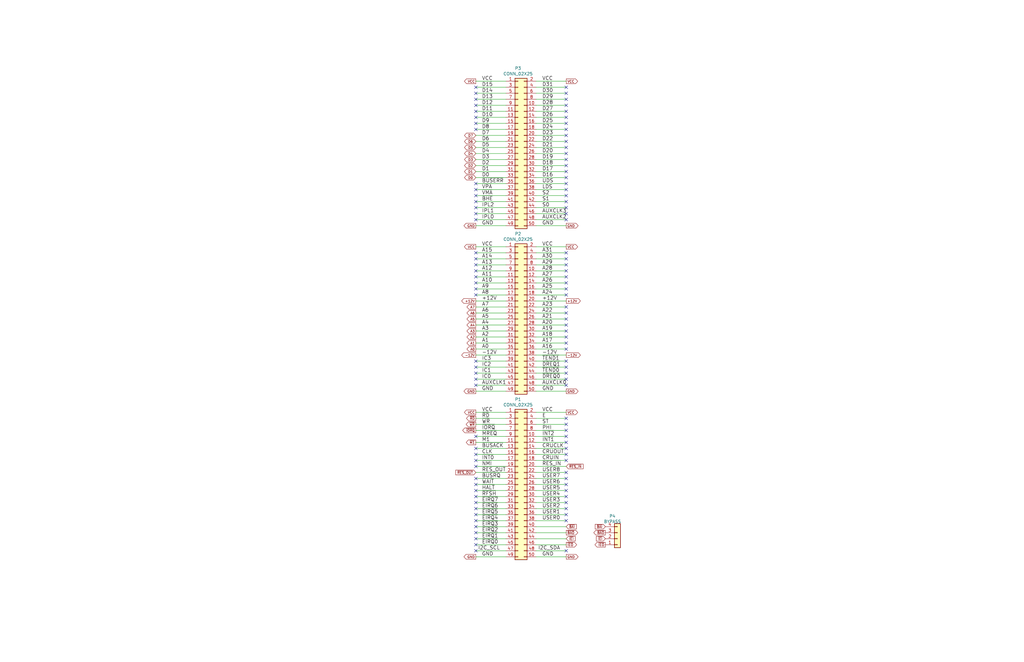
<source format=kicad_sch>
(kicad_sch (version 20211123) (generator eeschema)

  (uuid 088551af-e0f8-47fc-8965-79871d53efd9)

  (paper "B")

  (title_block
    (title "Dual ESP32 IO")
    (date "2023-08-06")
    (rev "V1.0")
    (comment 1 "By Dan Werner")
  )

  (lib_symbols
    (symbol "Connector_Generic:Conn_01x04" (pin_names (offset 1.016) hide) (in_bom yes) (on_board yes)
      (property "Reference" "J" (id 0) (at 0 5.08 0)
        (effects (font (size 1.27 1.27)))
      )
      (property "Value" "Conn_01x04" (id 1) (at 0 -7.62 0)
        (effects (font (size 1.27 1.27)))
      )
      (property "Footprint" "" (id 2) (at 0 0 0)
        (effects (font (size 1.27 1.27)) hide)
      )
      (property "Datasheet" "~" (id 3) (at 0 0 0)
        (effects (font (size 1.27 1.27)) hide)
      )
      (property "ki_keywords" "connector" (id 4) (at 0 0 0)
        (effects (font (size 1.27 1.27)) hide)
      )
      (property "ki_description" "Generic connector, single row, 01x04, script generated (kicad-library-utils/schlib/autogen/connector/)" (id 5) (at 0 0 0)
        (effects (font (size 1.27 1.27)) hide)
      )
      (property "ki_fp_filters" "Connector*:*_1x??_*" (id 6) (at 0 0 0)
        (effects (font (size 1.27 1.27)) hide)
      )
      (symbol "Conn_01x04_1_1"
        (rectangle (start -1.27 -4.953) (end 0 -5.207)
          (stroke (width 0.1524) (type default) (color 0 0 0 0))
          (fill (type none))
        )
        (rectangle (start -1.27 -2.413) (end 0 -2.667)
          (stroke (width 0.1524) (type default) (color 0 0 0 0))
          (fill (type none))
        )
        (rectangle (start -1.27 0.127) (end 0 -0.127)
          (stroke (width 0.1524) (type default) (color 0 0 0 0))
          (fill (type none))
        )
        (rectangle (start -1.27 2.667) (end 0 2.413)
          (stroke (width 0.1524) (type default) (color 0 0 0 0))
          (fill (type none))
        )
        (rectangle (start -1.27 3.81) (end 1.27 -6.35)
          (stroke (width 0.254) (type default) (color 0 0 0 0))
          (fill (type background))
        )
        (pin passive line (at -5.08 2.54 0) (length 3.81)
          (name "Pin_1" (effects (font (size 1.27 1.27))))
          (number "1" (effects (font (size 1.27 1.27))))
        )
        (pin passive line (at -5.08 0 0) (length 3.81)
          (name "Pin_2" (effects (font (size 1.27 1.27))))
          (number "2" (effects (font (size 1.27 1.27))))
        )
        (pin passive line (at -5.08 -2.54 0) (length 3.81)
          (name "Pin_3" (effects (font (size 1.27 1.27))))
          (number "3" (effects (font (size 1.27 1.27))))
        )
        (pin passive line (at -5.08 -5.08 0) (length 3.81)
          (name "Pin_4" (effects (font (size 1.27 1.27))))
          (number "4" (effects (font (size 1.27 1.27))))
        )
      )
    )
    (symbol "Connector_Generic:Conn_02x25_Odd_Even" (pin_names (offset 1.016) hide) (in_bom yes) (on_board yes)
      (property "Reference" "J" (id 0) (at 1.27 33.02 0)
        (effects (font (size 1.27 1.27)))
      )
      (property "Value" "Conn_02x25_Odd_Even" (id 1) (at 1.27 -33.02 0)
        (effects (font (size 1.27 1.27)))
      )
      (property "Footprint" "" (id 2) (at 0 0 0)
        (effects (font (size 1.27 1.27)) hide)
      )
      (property "Datasheet" "~" (id 3) (at 0 0 0)
        (effects (font (size 1.27 1.27)) hide)
      )
      (property "ki_keywords" "connector" (id 4) (at 0 0 0)
        (effects (font (size 1.27 1.27)) hide)
      )
      (property "ki_description" "Generic connector, double row, 02x25, odd/even pin numbering scheme (row 1 odd numbers, row 2 even numbers), script generated (kicad-library-utils/schlib/autogen/connector/)" (id 5) (at 0 0 0)
        (effects (font (size 1.27 1.27)) hide)
      )
      (property "ki_fp_filters" "Connector*:*_2x??_*" (id 6) (at 0 0 0)
        (effects (font (size 1.27 1.27)) hide)
      )
      (symbol "Conn_02x25_Odd_Even_1_1"
        (rectangle (start -1.27 -30.353) (end 0 -30.607)
          (stroke (width 0.1524) (type default) (color 0 0 0 0))
          (fill (type none))
        )
        (rectangle (start -1.27 -27.813) (end 0 -28.067)
          (stroke (width 0.1524) (type default) (color 0 0 0 0))
          (fill (type none))
        )
        (rectangle (start -1.27 -25.273) (end 0 -25.527)
          (stroke (width 0.1524) (type default) (color 0 0 0 0))
          (fill (type none))
        )
        (rectangle (start -1.27 -22.733) (end 0 -22.987)
          (stroke (width 0.1524) (type default) (color 0 0 0 0))
          (fill (type none))
        )
        (rectangle (start -1.27 -20.193) (end 0 -20.447)
          (stroke (width 0.1524) (type default) (color 0 0 0 0))
          (fill (type none))
        )
        (rectangle (start -1.27 -17.653) (end 0 -17.907)
          (stroke (width 0.1524) (type default) (color 0 0 0 0))
          (fill (type none))
        )
        (rectangle (start -1.27 -15.113) (end 0 -15.367)
          (stroke (width 0.1524) (type default) (color 0 0 0 0))
          (fill (type none))
        )
        (rectangle (start -1.27 -12.573) (end 0 -12.827)
          (stroke (width 0.1524) (type default) (color 0 0 0 0))
          (fill (type none))
        )
        (rectangle (start -1.27 -10.033) (end 0 -10.287)
          (stroke (width 0.1524) (type default) (color 0 0 0 0))
          (fill (type none))
        )
        (rectangle (start -1.27 -7.493) (end 0 -7.747)
          (stroke (width 0.1524) (type default) (color 0 0 0 0))
          (fill (type none))
        )
        (rectangle (start -1.27 -4.953) (end 0 -5.207)
          (stroke (width 0.1524) (type default) (color 0 0 0 0))
          (fill (type none))
        )
        (rectangle (start -1.27 -2.413) (end 0 -2.667)
          (stroke (width 0.1524) (type default) (color 0 0 0 0))
          (fill (type none))
        )
        (rectangle (start -1.27 0.127) (end 0 -0.127)
          (stroke (width 0.1524) (type default) (color 0 0 0 0))
          (fill (type none))
        )
        (rectangle (start -1.27 2.667) (end 0 2.413)
          (stroke (width 0.1524) (type default) (color 0 0 0 0))
          (fill (type none))
        )
        (rectangle (start -1.27 5.207) (end 0 4.953)
          (stroke (width 0.1524) (type default) (color 0 0 0 0))
          (fill (type none))
        )
        (rectangle (start -1.27 7.747) (end 0 7.493)
          (stroke (width 0.1524) (type default) (color 0 0 0 0))
          (fill (type none))
        )
        (rectangle (start -1.27 10.287) (end 0 10.033)
          (stroke (width 0.1524) (type default) (color 0 0 0 0))
          (fill (type none))
        )
        (rectangle (start -1.27 12.827) (end 0 12.573)
          (stroke (width 0.1524) (type default) (color 0 0 0 0))
          (fill (type none))
        )
        (rectangle (start -1.27 15.367) (end 0 15.113)
          (stroke (width 0.1524) (type default) (color 0 0 0 0))
          (fill (type none))
        )
        (rectangle (start -1.27 17.907) (end 0 17.653)
          (stroke (width 0.1524) (type default) (color 0 0 0 0))
          (fill (type none))
        )
        (rectangle (start -1.27 20.447) (end 0 20.193)
          (stroke (width 0.1524) (type default) (color 0 0 0 0))
          (fill (type none))
        )
        (rectangle (start -1.27 22.987) (end 0 22.733)
          (stroke (width 0.1524) (type default) (color 0 0 0 0))
          (fill (type none))
        )
        (rectangle (start -1.27 25.527) (end 0 25.273)
          (stroke (width 0.1524) (type default) (color 0 0 0 0))
          (fill (type none))
        )
        (rectangle (start -1.27 28.067) (end 0 27.813)
          (stroke (width 0.1524) (type default) (color 0 0 0 0))
          (fill (type none))
        )
        (rectangle (start -1.27 30.607) (end 0 30.353)
          (stroke (width 0.1524) (type default) (color 0 0 0 0))
          (fill (type none))
        )
        (rectangle (start -1.27 31.75) (end 3.81 -31.75)
          (stroke (width 0.254) (type default) (color 0 0 0 0))
          (fill (type background))
        )
        (rectangle (start 3.81 -30.353) (end 2.54 -30.607)
          (stroke (width 0.1524) (type default) (color 0 0 0 0))
          (fill (type none))
        )
        (rectangle (start 3.81 -27.813) (end 2.54 -28.067)
          (stroke (width 0.1524) (type default) (color 0 0 0 0))
          (fill (type none))
        )
        (rectangle (start 3.81 -25.273) (end 2.54 -25.527)
          (stroke (width 0.1524) (type default) (color 0 0 0 0))
          (fill (type none))
        )
        (rectangle (start 3.81 -22.733) (end 2.54 -22.987)
          (stroke (width 0.1524) (type default) (color 0 0 0 0))
          (fill (type none))
        )
        (rectangle (start 3.81 -20.193) (end 2.54 -20.447)
          (stroke (width 0.1524) (type default) (color 0 0 0 0))
          (fill (type none))
        )
        (rectangle (start 3.81 -17.653) (end 2.54 -17.907)
          (stroke (width 0.1524) (type default) (color 0 0 0 0))
          (fill (type none))
        )
        (rectangle (start 3.81 -15.113) (end 2.54 -15.367)
          (stroke (width 0.1524) (type default) (color 0 0 0 0))
          (fill (type none))
        )
        (rectangle (start 3.81 -12.573) (end 2.54 -12.827)
          (stroke (width 0.1524) (type default) (color 0 0 0 0))
          (fill (type none))
        )
        (rectangle (start 3.81 -10.033) (end 2.54 -10.287)
          (stroke (width 0.1524) (type default) (color 0 0 0 0))
          (fill (type none))
        )
        (rectangle (start 3.81 -7.493) (end 2.54 -7.747)
          (stroke (width 0.1524) (type default) (color 0 0 0 0))
          (fill (type none))
        )
        (rectangle (start 3.81 -4.953) (end 2.54 -5.207)
          (stroke (width 0.1524) (type default) (color 0 0 0 0))
          (fill (type none))
        )
        (rectangle (start 3.81 -2.413) (end 2.54 -2.667)
          (stroke (width 0.1524) (type default) (color 0 0 0 0))
          (fill (type none))
        )
        (rectangle (start 3.81 0.127) (end 2.54 -0.127)
          (stroke (width 0.1524) (type default) (color 0 0 0 0))
          (fill (type none))
        )
        (rectangle (start 3.81 2.667) (end 2.54 2.413)
          (stroke (width 0.1524) (type default) (color 0 0 0 0))
          (fill (type none))
        )
        (rectangle (start 3.81 5.207) (end 2.54 4.953)
          (stroke (width 0.1524) (type default) (color 0 0 0 0))
          (fill (type none))
        )
        (rectangle (start 3.81 7.747) (end 2.54 7.493)
          (stroke (width 0.1524) (type default) (color 0 0 0 0))
          (fill (type none))
        )
        (rectangle (start 3.81 10.287) (end 2.54 10.033)
          (stroke (width 0.1524) (type default) (color 0 0 0 0))
          (fill (type none))
        )
        (rectangle (start 3.81 12.827) (end 2.54 12.573)
          (stroke (width 0.1524) (type default) (color 0 0 0 0))
          (fill (type none))
        )
        (rectangle (start 3.81 15.367) (end 2.54 15.113)
          (stroke (width 0.1524) (type default) (color 0 0 0 0))
          (fill (type none))
        )
        (rectangle (start 3.81 17.907) (end 2.54 17.653)
          (stroke (width 0.1524) (type default) (color 0 0 0 0))
          (fill (type none))
        )
        (rectangle (start 3.81 20.447) (end 2.54 20.193)
          (stroke (width 0.1524) (type default) (color 0 0 0 0))
          (fill (type none))
        )
        (rectangle (start 3.81 22.987) (end 2.54 22.733)
          (stroke (width 0.1524) (type default) (color 0 0 0 0))
          (fill (type none))
        )
        (rectangle (start 3.81 25.527) (end 2.54 25.273)
          (stroke (width 0.1524) (type default) (color 0 0 0 0))
          (fill (type none))
        )
        (rectangle (start 3.81 28.067) (end 2.54 27.813)
          (stroke (width 0.1524) (type default) (color 0 0 0 0))
          (fill (type none))
        )
        (rectangle (start 3.81 30.607) (end 2.54 30.353)
          (stroke (width 0.1524) (type default) (color 0 0 0 0))
          (fill (type none))
        )
        (pin passive line (at -5.08 30.48 0) (length 3.81)
          (name "Pin_1" (effects (font (size 1.27 1.27))))
          (number "1" (effects (font (size 1.27 1.27))))
        )
        (pin passive line (at 7.62 20.32 180) (length 3.81)
          (name "Pin_10" (effects (font (size 1.27 1.27))))
          (number "10" (effects (font (size 1.27 1.27))))
        )
        (pin passive line (at -5.08 17.78 0) (length 3.81)
          (name "Pin_11" (effects (font (size 1.27 1.27))))
          (number "11" (effects (font (size 1.27 1.27))))
        )
        (pin passive line (at 7.62 17.78 180) (length 3.81)
          (name "Pin_12" (effects (font (size 1.27 1.27))))
          (number "12" (effects (font (size 1.27 1.27))))
        )
        (pin passive line (at -5.08 15.24 0) (length 3.81)
          (name "Pin_13" (effects (font (size 1.27 1.27))))
          (number "13" (effects (font (size 1.27 1.27))))
        )
        (pin passive line (at 7.62 15.24 180) (length 3.81)
          (name "Pin_14" (effects (font (size 1.27 1.27))))
          (number "14" (effects (font (size 1.27 1.27))))
        )
        (pin passive line (at -5.08 12.7 0) (length 3.81)
          (name "Pin_15" (effects (font (size 1.27 1.27))))
          (number "15" (effects (font (size 1.27 1.27))))
        )
        (pin passive line (at 7.62 12.7 180) (length 3.81)
          (name "Pin_16" (effects (font (size 1.27 1.27))))
          (number "16" (effects (font (size 1.27 1.27))))
        )
        (pin passive line (at -5.08 10.16 0) (length 3.81)
          (name "Pin_17" (effects (font (size 1.27 1.27))))
          (number "17" (effects (font (size 1.27 1.27))))
        )
        (pin passive line (at 7.62 10.16 180) (length 3.81)
          (name "Pin_18" (effects (font (size 1.27 1.27))))
          (number "18" (effects (font (size 1.27 1.27))))
        )
        (pin passive line (at -5.08 7.62 0) (length 3.81)
          (name "Pin_19" (effects (font (size 1.27 1.27))))
          (number "19" (effects (font (size 1.27 1.27))))
        )
        (pin passive line (at 7.62 30.48 180) (length 3.81)
          (name "Pin_2" (effects (font (size 1.27 1.27))))
          (number "2" (effects (font (size 1.27 1.27))))
        )
        (pin passive line (at 7.62 7.62 180) (length 3.81)
          (name "Pin_20" (effects (font (size 1.27 1.27))))
          (number "20" (effects (font (size 1.27 1.27))))
        )
        (pin passive line (at -5.08 5.08 0) (length 3.81)
          (name "Pin_21" (effects (font (size 1.27 1.27))))
          (number "21" (effects (font (size 1.27 1.27))))
        )
        (pin passive line (at 7.62 5.08 180) (length 3.81)
          (name "Pin_22" (effects (font (size 1.27 1.27))))
          (number "22" (effects (font (size 1.27 1.27))))
        )
        (pin passive line (at -5.08 2.54 0) (length 3.81)
          (name "Pin_23" (effects (font (size 1.27 1.27))))
          (number "23" (effects (font (size 1.27 1.27))))
        )
        (pin passive line (at 7.62 2.54 180) (length 3.81)
          (name "Pin_24" (effects (font (size 1.27 1.27))))
          (number "24" (effects (font (size 1.27 1.27))))
        )
        (pin passive line (at -5.08 0 0) (length 3.81)
          (name "Pin_25" (effects (font (size 1.27 1.27))))
          (number "25" (effects (font (size 1.27 1.27))))
        )
        (pin passive line (at 7.62 0 180) (length 3.81)
          (name "Pin_26" (effects (font (size 1.27 1.27))))
          (number "26" (effects (font (size 1.27 1.27))))
        )
        (pin passive line (at -5.08 -2.54 0) (length 3.81)
          (name "Pin_27" (effects (font (size 1.27 1.27))))
          (number "27" (effects (font (size 1.27 1.27))))
        )
        (pin passive line (at 7.62 -2.54 180) (length 3.81)
          (name "Pin_28" (effects (font (size 1.27 1.27))))
          (number "28" (effects (font (size 1.27 1.27))))
        )
        (pin passive line (at -5.08 -5.08 0) (length 3.81)
          (name "Pin_29" (effects (font (size 1.27 1.27))))
          (number "29" (effects (font (size 1.27 1.27))))
        )
        (pin passive line (at -5.08 27.94 0) (length 3.81)
          (name "Pin_3" (effects (font (size 1.27 1.27))))
          (number "3" (effects (font (size 1.27 1.27))))
        )
        (pin passive line (at 7.62 -5.08 180) (length 3.81)
          (name "Pin_30" (effects (font (size 1.27 1.27))))
          (number "30" (effects (font (size 1.27 1.27))))
        )
        (pin passive line (at -5.08 -7.62 0) (length 3.81)
          (name "Pin_31" (effects (font (size 1.27 1.27))))
          (number "31" (effects (font (size 1.27 1.27))))
        )
        (pin passive line (at 7.62 -7.62 180) (length 3.81)
          (name "Pin_32" (effects (font (size 1.27 1.27))))
          (number "32" (effects (font (size 1.27 1.27))))
        )
        (pin passive line (at -5.08 -10.16 0) (length 3.81)
          (name "Pin_33" (effects (font (size 1.27 1.27))))
          (number "33" (effects (font (size 1.27 1.27))))
        )
        (pin passive line (at 7.62 -10.16 180) (length 3.81)
          (name "Pin_34" (effects (font (size 1.27 1.27))))
          (number "34" (effects (font (size 1.27 1.27))))
        )
        (pin passive line (at -5.08 -12.7 0) (length 3.81)
          (name "Pin_35" (effects (font (size 1.27 1.27))))
          (number "35" (effects (font (size 1.27 1.27))))
        )
        (pin passive line (at 7.62 -12.7 180) (length 3.81)
          (name "Pin_36" (effects (font (size 1.27 1.27))))
          (number "36" (effects (font (size 1.27 1.27))))
        )
        (pin passive line (at -5.08 -15.24 0) (length 3.81)
          (name "Pin_37" (effects (font (size 1.27 1.27))))
          (number "37" (effects (font (size 1.27 1.27))))
        )
        (pin passive line (at 7.62 -15.24 180) (length 3.81)
          (name "Pin_38" (effects (font (size 1.27 1.27))))
          (number "38" (effects (font (size 1.27 1.27))))
        )
        (pin passive line (at -5.08 -17.78 0) (length 3.81)
          (name "Pin_39" (effects (font (size 1.27 1.27))))
          (number "39" (effects (font (size 1.27 1.27))))
        )
        (pin passive line (at 7.62 27.94 180) (length 3.81)
          (name "Pin_4" (effects (font (size 1.27 1.27))))
          (number "4" (effects (font (size 1.27 1.27))))
        )
        (pin passive line (at 7.62 -17.78 180) (length 3.81)
          (name "Pin_40" (effects (font (size 1.27 1.27))))
          (number "40" (effects (font (size 1.27 1.27))))
        )
        (pin passive line (at -5.08 -20.32 0) (length 3.81)
          (name "Pin_41" (effects (font (size 1.27 1.27))))
          (number "41" (effects (font (size 1.27 1.27))))
        )
        (pin passive line (at 7.62 -20.32 180) (length 3.81)
          (name "Pin_42" (effects (font (size 1.27 1.27))))
          (number "42" (effects (font (size 1.27 1.27))))
        )
        (pin passive line (at -5.08 -22.86 0) (length 3.81)
          (name "Pin_43" (effects (font (size 1.27 1.27))))
          (number "43" (effects (font (size 1.27 1.27))))
        )
        (pin passive line (at 7.62 -22.86 180) (length 3.81)
          (name "Pin_44" (effects (font (size 1.27 1.27))))
          (number "44" (effects (font (size 1.27 1.27))))
        )
        (pin passive line (at -5.08 -25.4 0) (length 3.81)
          (name "Pin_45" (effects (font (size 1.27 1.27))))
          (number "45" (effects (font (size 1.27 1.27))))
        )
        (pin passive line (at 7.62 -25.4 180) (length 3.81)
          (name "Pin_46" (effects (font (size 1.27 1.27))))
          (number "46" (effects (font (size 1.27 1.27))))
        )
        (pin passive line (at -5.08 -27.94 0) (length 3.81)
          (name "Pin_47" (effects (font (size 1.27 1.27))))
          (number "47" (effects (font (size 1.27 1.27))))
        )
        (pin passive line (at 7.62 -27.94 180) (length 3.81)
          (name "Pin_48" (effects (font (size 1.27 1.27))))
          (number "48" (effects (font (size 1.27 1.27))))
        )
        (pin passive line (at -5.08 -30.48 0) (length 3.81)
          (name "Pin_49" (effects (font (size 1.27 1.27))))
          (number "49" (effects (font (size 1.27 1.27))))
        )
        (pin passive line (at -5.08 25.4 0) (length 3.81)
          (name "Pin_5" (effects (font (size 1.27 1.27))))
          (number "5" (effects (font (size 1.27 1.27))))
        )
        (pin passive line (at 7.62 -30.48 180) (length 3.81)
          (name "Pin_50" (effects (font (size 1.27 1.27))))
          (number "50" (effects (font (size 1.27 1.27))))
        )
        (pin passive line (at 7.62 25.4 180) (length 3.81)
          (name "Pin_6" (effects (font (size 1.27 1.27))))
          (number "6" (effects (font (size 1.27 1.27))))
        )
        (pin passive line (at -5.08 22.86 0) (length 3.81)
          (name "Pin_7" (effects (font (size 1.27 1.27))))
          (number "7" (effects (font (size 1.27 1.27))))
        )
        (pin passive line (at 7.62 22.86 180) (length 3.81)
          (name "Pin_8" (effects (font (size 1.27 1.27))))
          (number "8" (effects (font (size 1.27 1.27))))
        )
        (pin passive line (at -5.08 20.32 0) (length 3.81)
          (name "Pin_9" (effects (font (size 1.27 1.27))))
          (number "9" (effects (font (size 1.27 1.27))))
        )
      )
    )
  )


  (no_connect (at 200.66 44.45) (uuid 0169a88c-8d31-434e-8938-ef27536c7f42))
  (no_connect (at 238.76 67.31) (uuid 03b078df-a210-4ed1-8a7e-00d2a2f7bce6))
  (no_connect (at 238.76 144.78) (uuid 07a234fc-e985-433f-809c-1e912bb33463))
  (no_connect (at 200.66 214.63) (uuid 080e11d0-e941-487e-b239-3a9d05fa3643))
  (no_connect (at 200.66 90.17) (uuid 0bb2ecc7-788e-4755-9f94-98b3d8c0093d))
  (no_connect (at 238.76 191.77) (uuid 0c20e42f-c291-4b10-bb26-1ad553b84474))
  (no_connect (at 238.76 129.54) (uuid 151146ff-1ca0-49be-971b-97a01490b1a0))
  (no_connect (at 200.66 82.55) (uuid 1a637169-427c-4cb6-8395-3f623cb72061))
  (no_connect (at 238.76 87.63) (uuid 1bdd061f-607f-4b47-a80b-574a96c8fab5))
  (no_connect (at 238.76 201.93) (uuid 20ecd71d-3b83-4f63-b9ac-92578d65e1ed))
  (no_connect (at 238.76 147.32) (uuid 213de552-9ae2-4050-986c-ff7c794bece2))
  (no_connect (at 238.76 116.84) (uuid 21a827d7-9bfb-476b-b14e-76ae78b38383))
  (no_connect (at 200.66 116.84) (uuid 21b626d1-1161-4938-b581-280a3f5fffe5))
  (no_connect (at 200.66 217.17) (uuid 23da7fda-09f9-4159-854b-d9a57d33837e))
  (no_connect (at 200.66 209.55) (uuid 247c4b5a-3014-4823-bc7c-245b31bc2010))
  (no_connect (at 200.66 229.87) (uuid 27dfdfd3-56fd-4469-8585-86e39b05a296))
  (no_connect (at 200.66 114.3) (uuid 285400ec-1966-4df1-8648-d8908c260320))
  (no_connect (at 238.76 49.53) (uuid 2ad6c89e-e230-43eb-921e-ef37d8523fb8))
  (no_connect (at 200.66 109.22) (uuid 2b39b982-77fc-44e1-9703-7e222d65be27))
  (no_connect (at 238.76 62.23) (uuid 2b6a4911-4ca4-4a21-80b1-327340ac9f3e))
  (no_connect (at 238.76 54.61) (uuid 2bf4947f-ece1-439d-9994-ac6dca717759))
  (no_connect (at 200.66 194.31) (uuid 2df2c098-f9c8-4afc-9ef5-75852ba35837))
  (no_connect (at 200.66 212.09) (uuid 309f2b43-a7f2-425e-bb13-5980ccf901ff))
  (no_connect (at 200.66 111.76) (uuid 31a0c20e-37c8-4f55-a2e3-b0b92a3ea443))
  (no_connect (at 238.76 92.71) (uuid 366b3f9e-5af1-4ced-b138-d03d2f44c0f1))
  (no_connect (at 238.76 154.94) (uuid 3710b4bd-0721-4fca-974a-5d8e391060e5))
  (no_connect (at 238.76 219.71) (uuid 3db58cc4-52c5-4935-847d-eaece4cd3842))
  (no_connect (at 238.76 111.76) (uuid 3dd1da14-f7b2-46de-b17c-97013e6f682c))
  (no_connect (at 238.76 109.22) (uuid 3de677d0-a297-43c1-ad34-7f36fe2b90d6))
  (no_connect (at 238.76 77.47) (uuid 43778be7-d8de-4201-9b9d-cdfa4b357fe4))
  (no_connect (at 200.66 189.23) (uuid 44861afd-42fd-4cdf-8c59-be6d4b1ff72a))
  (no_connect (at 200.66 162.56) (uuid 52e7e982-8fa9-4459-9980-0d3c30d5076c))
  (no_connect (at 200.66 80.01) (uuid 585cf463-f829-410b-8199-dda635dd6329))
  (no_connect (at 200.66 207.01) (uuid 5b80fd9a-42e1-48fb-95e6-1a484833b0e2))
  (no_connect (at 200.66 121.92) (uuid 5ce3bc04-a991-481e-b7d8-a6a2a4019aa9))
  (no_connect (at 238.76 124.46) (uuid 5df9c5a5-68a7-4904-af8e-89399e4c4d00))
  (no_connect (at 238.76 80.01) (uuid 60792dd1-951a-40f2-9645-bba5b865602c))
  (no_connect (at 200.66 157.48) (uuid 6467d12d-80e8-4cba-a5d2-531acd94097e))
  (no_connect (at 200.66 124.46) (uuid 646d216b-460a-4b0d-8a61-ba97a07c7f3b))
  (no_connect (at 238.76 41.91) (uuid 684e09fb-ca7e-4d51-b12a-bf2039cdc17e))
  (no_connect (at 238.76 134.62) (uuid 687b5552-5802-4827-80eb-280ef5d98843))
  (no_connect (at 238.76 59.69) (uuid 68a1c243-a272-4769-8452-d19ef7957b77))
  (no_connect (at 238.76 194.31) (uuid 68e3bb14-8620-4330-ac13-3c1064d1a39d))
  (no_connect (at 238.76 157.48) (uuid 68efa5ee-4188-4e10-b99f-483464ee0577))
  (no_connect (at 200.66 77.47) (uuid 6a51f089-3586-4e0a-8ea4-309c044c13e6))
  (no_connect (at 238.76 132.08) (uuid 6bc3a7e9-c846-403b-98bb-c56fcabe7a71))
  (no_connect (at 238.76 44.45) (uuid 7033fff6-fdc6-43fd-81ad-fe543e855e4e))
  (no_connect (at 238.76 114.3) (uuid 714a8d29-7d0f-4aec-bbce-b9369d6cb718))
  (no_connect (at 238.76 106.68) (uuid 7c898dcf-6d1c-45b6-8a31-8aff58ce78ac))
  (no_connect (at 238.76 212.09) (uuid 8071b72a-296f-4bea-a784-6670f349bfb1))
  (no_connect (at 238.76 217.17) (uuid 831788e2-4e2e-4730-b719-51359d8dbbb2))
  (no_connect (at 238.76 36.83) (uuid 8361b037-e3ba-4b12-a37f-0b8a6dd93d59))
  (no_connect (at 238.76 74.93) (uuid 86b2a79b-4d44-4158-bbee-c1c380552253))
  (no_connect (at 200.66 191.77) (uuid 86ed1d56-dc05-4afe-b262-5a92432bcc03))
  (no_connect (at 200.66 46.99) (uuid 888916b0-734e-486d-a604-1bedd8f6cacb))
  (no_connect (at 238.76 204.47) (uuid 89ac2682-13d6-43d0-b9ab-d3568b442d29))
  (no_connect (at 200.66 39.37) (uuid 8ba459c8-cbff-4c2c-a08b-5f2dbe46ad61))
  (no_connect (at 238.76 209.55) (uuid 8e07a8d6-8647-4799-92d6-496dbe9c0038))
  (no_connect (at 200.66 36.83) (uuid 8ed09e06-e4a8-4b69-a350-bfb1ced1d215))
  (no_connect (at 200.66 160.02) (uuid 9027540f-1125-4443-9bb9-28fe12461280))
  (no_connect (at 200.66 227.33) (uuid 90339326-5cbc-4e86-ad4f-8dcda4e5084a))
  (no_connect (at 200.66 224.79) (uuid 9043587a-f8bc-47b1-80c0-3be276334426))
  (no_connect (at 238.76 232.41) (uuid 9272fc79-2047-4ef9-8310-3cefdeec4c74))
  (no_connect (at 238.76 82.55) (uuid 9402cbdc-2ab5-4024-ba62-aaf57e4c0685))
  (no_connect (at 238.76 137.16) (uuid 962baafd-45f0-4265-812f-704321da4846))
  (no_connect (at 200.66 219.71) (uuid 9a234273-e6a0-432a-9569-7b0b9b6b0ec3))
  (no_connect (at 200.66 87.63) (uuid 9c490973-d182-4781-9cb4-c3a480242ccd))
  (no_connect (at 238.76 162.56) (uuid 9ca9b679-2a69-42d6-9ae8-d66046cd44ff))
  (no_connect (at 238.76 160.02) (uuid 9cba2a65-4dea-4b65-a2d6-83b1d57cdb3c))
  (no_connect (at 200.66 232.41) (uuid a17b6c17-f229-46b5-8ffd-d6531623f6a6))
  (no_connect (at 200.66 119.38) (uuid a53d9054-e963-4826-8844-2552b7a67e51))
  (no_connect (at 238.76 121.92) (uuid a7391bc4-4bc4-467d-8fd6-d5b96123d901))
  (no_connect (at 238.76 142.24) (uuid a9ad9c21-3ab6-47fc-b7fe-74ba77689ced))
  (no_connect (at 238.76 176.53) (uuid acefd8e1-2bdd-4606-bfce-94e9fa65330c))
  (no_connect (at 200.66 152.4) (uuid af56270e-225e-409f-9ca8-e37402f003af))
  (no_connect (at 238.76 39.37) (uuid afd24f53-80ca-4bc9-9ac3-a578f5c02242))
  (no_connect (at 238.76 69.85) (uuid b03ab286-f422-4850-8d9c-1747eaa47d45))
  (no_connect (at 200.66 54.61) (uuid b0d092d9-faf3-480d-aab3-1c9c745ee029))
  (no_connect (at 200.66 106.68) (uuid be602e11-addf-4ae3-a18a-e5832fa41586))
  (no_connect (at 238.76 52.07) (uuid c076e008-1ca3-404e-8983-bc05ba5cdd43))
  (no_connect (at 238.76 181.61) (uuid c9fc4482-9d7f-45e4-91e4-9a8a8938ec88))
  (no_connect (at 200.66 92.71) (uuid ca96bae8-76c6-41b5-a053-565192598227))
  (no_connect (at 238.76 72.39) (uuid cc673a12-758a-4fd2-bf37-7e4b3812071e))
  (no_connect (at 238.76 57.15) (uuid cd4fe26e-8676-46b7-8327-47d63ba918a5))
  (no_connect (at 238.76 46.99) (uuid cf81ff58-8993-457a-8bae-887ce2f6078f))
  (no_connect (at 238.76 199.39) (uuid cfc55248-1840-4db9-804d-422e876688cf))
  (no_connect (at 238.76 64.77) (uuid d598c1ca-7850-4f1a-8dd3-d09905dcb71b))
  (no_connect (at 200.66 184.15) (uuid d666b89c-5d7b-42ea-a983-8467f19c77ca))
  (no_connect (at 200.66 85.09) (uuid d8e86427-d51e-4c57-8ad6-4572ec77feef))
  (no_connect (at 200.66 196.85) (uuid dbad0cd8-ca7a-40b3-98d2-1b871c0f59f3))
  (no_connect (at 238.76 189.23) (uuid dcd96539-a893-4620-a0d7-5e29ba31718e))
  (no_connect (at 200.66 41.91) (uuid e0139a88-4aae-4d39-8018-c188f5a1bdbb))
  (no_connect (at 238.76 85.09) (uuid e01e45ec-62af-4af1-8781-2daea2681b4b))
  (no_connect (at 200.66 204.47) (uuid e1110fb4-b488-45e6-9876-ec1ad92048da))
  (no_connect (at 238.76 179.07) (uuid e218456b-c829-4ecc-98b4-553cc890ea33))
  (no_connect (at 238.76 90.17) (uuid e50ae7f8-153b-496b-b4c9-0a32e9bf8ad0))
  (no_connect (at 238.76 214.63) (uuid e6574bf0-9db6-4396-9637-50e10eeb8fde))
  (no_connect (at 238.76 184.15) (uuid e65842f7-6b5a-4c30-8f02-e3015c38f2bb))
  (no_connect (at 238.76 186.69) (uuid e69ce614-baa7-47fc-a0e5-3485dbef7c30))
  (no_connect (at 200.66 201.93) (uuid e83b8bac-84ba-4c71-8ab9-1e0c86e3c213))
  (no_connect (at 238.76 139.7) (uuid e954041e-5085-4e2a-afc8-a081d8181fb4))
  (no_connect (at 200.66 49.53) (uuid f0ea4e74-8ac2-481b-8af0-ea605f749a6c))
  (no_connect (at 238.76 152.4) (uuid f41ee438-d4ef-4585-a789-97288c62c9bb))
  (no_connect (at 200.66 154.94) (uuid f73f5314-49ea-46bf-93a8-4301697f6f6b))
  (no_connect (at 238.76 119.38) (uuid fb055359-98f2-4ae1-a566-9e42579bc665))
  (no_connect (at 200.66 222.25) (uuid fc4536c5-e550-4a58-89ff-cbe2e8ce21dd))
  (no_connect (at 238.76 207.01) (uuid ff2baf27-0984-4c27-8958-e9afb42a53be))
  (no_connect (at 200.66 52.07) (uuid ff3bd7d4-127f-4647-80d6-504cafd82ffc))

  (wire (pts (xy 226.06 212.09) (xy 238.76 212.09))
    (stroke (width 0) (type default) (color 0 0 0 0))
    (uuid 016a57b4-dec9-463f-960f-1524d698628a)
  )
  (wire (pts (xy 226.06 124.46) (xy 238.76 124.46))
    (stroke (width 0) (type default) (color 0 0 0 0))
    (uuid 0210854d-e826-433f-93bb-1b1e99f0c4f6)
  )
  (wire (pts (xy 200.66 106.68) (xy 213.36 106.68))
    (stroke (width 0) (type default) (color 0 0 0 0))
    (uuid 040eebab-b316-4bcd-8cce-80d1f662a510)
  )
  (wire (pts (xy 226.06 119.38) (xy 238.76 119.38))
    (stroke (width 0) (type default) (color 0 0 0 0))
    (uuid 0ac75fa3-af4b-43cb-8cfc-3226fd69ff64)
  )
  (wire (pts (xy 200.66 82.55) (xy 213.36 82.55))
    (stroke (width 0) (type default) (color 0 0 0 0))
    (uuid 0b8b0286-3656-43b2-a567-3504d4851980)
  )
  (wire (pts (xy 238.76 179.07) (xy 226.06 179.07))
    (stroke (width 0) (type default) (color 0 0 0 0))
    (uuid 0dae8a7d-cdc3-47cf-aecf-b2a072b5febe)
  )
  (wire (pts (xy 226.06 69.85) (xy 238.76 69.85))
    (stroke (width 0) (type default) (color 0 0 0 0))
    (uuid 0dc2f677-59d9-43e8-80f0-6e7280e637f1)
  )
  (wire (pts (xy 213.36 154.94) (xy 200.66 154.94))
    (stroke (width 0) (type default) (color 0 0 0 0))
    (uuid 11cce33d-ef0e-491e-b7d6-5181701f3ca5)
  )
  (wire (pts (xy 200.66 64.77) (xy 213.36 64.77))
    (stroke (width 0) (type default) (color 0 0 0 0))
    (uuid 1a69613d-5359-406b-8cce-f58669ff8580)
  )
  (wire (pts (xy 226.06 54.61) (xy 238.76 54.61))
    (stroke (width 0) (type default) (color 0 0 0 0))
    (uuid 1ba75b60-6443-40f3-8008-f13728e94b8f)
  )
  (wire (pts (xy 226.06 106.68) (xy 238.76 106.68))
    (stroke (width 0) (type default) (color 0 0 0 0))
    (uuid 1bc4e5e9-7a2d-4fab-9f94-71b4898810fd)
  )
  (wire (pts (xy 200.66 173.99) (xy 213.36 173.99))
    (stroke (width 0) (type default) (color 0 0 0 0))
    (uuid 1dd71783-30a3-43bb-8170-df6eea153e76)
  )
  (wire (pts (xy 238.76 227.33) (xy 226.06 227.33))
    (stroke (width 0) (type default) (color 0 0 0 0))
    (uuid 1e22b37b-d61e-4a33-ba62-910485b5eacc)
  )
  (wire (pts (xy 200.66 69.85) (xy 213.36 69.85))
    (stroke (width 0) (type default) (color 0 0 0 0))
    (uuid 1ef68def-0dbd-43e5-96f9-c252c3f75cf2)
  )
  (wire (pts (xy 226.06 137.16) (xy 238.76 137.16))
    (stroke (width 0) (type default) (color 0 0 0 0))
    (uuid 1f019fa7-3b99-4311-aab8-9d6e8960c443)
  )
  (wire (pts (xy 200.66 129.54) (xy 213.36 129.54))
    (stroke (width 0) (type default) (color 0 0 0 0))
    (uuid 1f2cfc7d-7799-4dca-b24d-9fd26e63a05b)
  )
  (wire (pts (xy 200.66 162.56) (xy 213.36 162.56))
    (stroke (width 0) (type default) (color 0 0 0 0))
    (uuid 227ab79b-d96d-4291-8bf2-d8326be750a9)
  )
  (wire (pts (xy 226.06 199.39) (xy 238.76 199.39))
    (stroke (width 0) (type default) (color 0 0 0 0))
    (uuid 23c9d8ba-359f-4878-bd6e-a7c0fab8fe34)
  )
  (wire (pts (xy 226.06 36.83) (xy 238.76 36.83))
    (stroke (width 0) (type default) (color 0 0 0 0))
    (uuid 24433752-67d8-46c7-8d9f-e721f2a48646)
  )
  (wire (pts (xy 226.06 82.55) (xy 238.76 82.55))
    (stroke (width 0) (type default) (color 0 0 0 0))
    (uuid 267a1b96-b5d7-49d8-9908-f2834719edfd)
  )
  (wire (pts (xy 200.66 165.1) (xy 213.36 165.1))
    (stroke (width 0) (type default) (color 0 0 0 0))
    (uuid 27f5a8f9-b6d3-4f56-8ae2-2d0dcf9b8503)
  )
  (wire (pts (xy 238.76 184.15) (xy 226.06 184.15))
    (stroke (width 0) (type default) (color 0 0 0 0))
    (uuid 29e83a3d-74c5-4264-840d-0baa6d629f96)
  )
  (wire (pts (xy 226.06 67.31) (xy 238.76 67.31))
    (stroke (width 0) (type default) (color 0 0 0 0))
    (uuid 2a8a20ec-17fc-49ab-8509-a34773b2cadd)
  )
  (wire (pts (xy 200.66 137.16) (xy 213.36 137.16))
    (stroke (width 0) (type default) (color 0 0 0 0))
    (uuid 2cc446be-e46b-4184-b92f-a8213b371f11)
  )
  (wire (pts (xy 226.06 173.99) (xy 238.76 173.99))
    (stroke (width 0) (type default) (color 0 0 0 0))
    (uuid 2d3ac306-e91b-46f8-b216-6c80b923696e)
  )
  (wire (pts (xy 200.66 127) (xy 213.36 127))
    (stroke (width 0) (type default) (color 0 0 0 0))
    (uuid 312ca1dc-1445-416b-bc2a-f03b7c100a1e)
  )
  (wire (pts (xy 200.66 57.15) (xy 213.36 57.15))
    (stroke (width 0) (type default) (color 0 0 0 0))
    (uuid 321059de-4a07-4368-b3cd-3c7a5531952b)
  )
  (wire (pts (xy 226.06 152.4) (xy 238.76 152.4))
    (stroke (width 0) (type default) (color 0 0 0 0))
    (uuid 3210bbd4-1cea-4b1d-aa15-126712199d1b)
  )
  (wire (pts (xy 226.06 39.37) (xy 238.76 39.37))
    (stroke (width 0) (type default) (color 0 0 0 0))
    (uuid 350cf1ee-a296-424f-bf2b-fb1ac31bada5)
  )
  (wire (pts (xy 238.76 189.23) (xy 226.06 189.23))
    (stroke (width 0) (type default) (color 0 0 0 0))
    (uuid 357f5152-8e6f-4ca9-9941-86ca815f2b93)
  )
  (wire (pts (xy 238.76 181.61) (xy 226.06 181.61))
    (stroke (width 0) (type default) (color 0 0 0 0))
    (uuid 36674893-346b-4f83-9612-0c523ea6e1bb)
  )
  (wire (pts (xy 226.06 191.77) (xy 238.76 191.77))
    (stroke (width 0) (type default) (color 0 0 0 0))
    (uuid 38e16f31-5304-42a8-a8ad-e5f74bedad6c)
  )
  (wire (pts (xy 226.06 154.94) (xy 238.76 154.94))
    (stroke (width 0) (type default) (color 0 0 0 0))
    (uuid 3915a174-5466-4a0b-b2bf-b473678fde85)
  )
  (wire (pts (xy 200.66 124.46) (xy 213.36 124.46))
    (stroke (width 0) (type default) (color 0 0 0 0))
    (uuid 3b65a65f-405a-44bf-9995-90e95d8517b5)
  )
  (wire (pts (xy 200.66 196.85) (xy 213.36 196.85))
    (stroke (width 0) (type default) (color 0 0 0 0))
    (uuid 3b6b6a49-4c8e-4ea8-a1f7-041bf7cc6954)
  )
  (wire (pts (xy 200.66 34.29) (xy 213.36 34.29))
    (stroke (width 0) (type default) (color 0 0 0 0))
    (uuid 3cd6153d-b113-4d69-b769-287cede48d64)
  )
  (wire (pts (xy 226.06 207.01) (xy 238.76 207.01))
    (stroke (width 0) (type default) (color 0 0 0 0))
    (uuid 3d48bc77-da17-44d9-8da3-df5823ce6dc2)
  )
  (wire (pts (xy 226.06 114.3) (xy 238.76 114.3))
    (stroke (width 0) (type default) (color 0 0 0 0))
    (uuid 3d944967-0815-4319-a8d8-8f10a600f1ec)
  )
  (wire (pts (xy 226.06 214.63) (xy 238.76 214.63))
    (stroke (width 0) (type default) (color 0 0 0 0))
    (uuid 3e297947-e0e7-4722-bf94-f12bcf072614)
  )
  (wire (pts (xy 226.06 52.07) (xy 238.76 52.07))
    (stroke (width 0) (type default) (color 0 0 0 0))
    (uuid 419d0652-0d54-4ed3-b832-714b90a9369f)
  )
  (wire (pts (xy 226.06 162.56) (xy 238.76 162.56))
    (stroke (width 0) (type default) (color 0 0 0 0))
    (uuid 41a925a5-c375-4626-a210-49dba117c193)
  )
  (wire (pts (xy 200.66 214.63) (xy 213.36 214.63))
    (stroke (width 0) (type default) (color 0 0 0 0))
    (uuid 423b087f-6cbd-430c-ad9c-ff843409a0a1)
  )
  (wire (pts (xy 238.76 186.69) (xy 226.06 186.69))
    (stroke (width 0) (type default) (color 0 0 0 0))
    (uuid 424defa4-0dd4-4585-a8b3-c70aad6bcc33)
  )
  (wire (pts (xy 200.66 184.15) (xy 213.36 184.15))
    (stroke (width 0) (type default) (color 0 0 0 0))
    (uuid 43b7d738-6702-4853-b173-e449577ce6c6)
  )
  (wire (pts (xy 200.66 67.31) (xy 213.36 67.31))
    (stroke (width 0) (type default) (color 0 0 0 0))
    (uuid 4498eb27-2833-4318-b450-8e9bffdba064)
  )
  (wire (pts (xy 200.66 179.07) (xy 213.36 179.07))
    (stroke (width 0) (type default) (color 0 0 0 0))
    (uuid 463ed9b8-7cca-4c6d-82d9-c6d878715668)
  )
  (wire (pts (xy 200.66 72.39) (xy 213.36 72.39))
    (stroke (width 0) (type default) (color 0 0 0 0))
    (uuid 4884fa5f-fc37-4460-bf28-b80845247b5f)
  )
  (wire (pts (xy 200.66 92.71) (xy 213.36 92.71))
    (stroke (width 0) (type default) (color 0 0 0 0))
    (uuid 4959ccaa-76bc-4f84-a053-798cea7d8eeb)
  )
  (wire (pts (xy 200.66 224.79) (xy 213.36 224.79))
    (stroke (width 0) (type default) (color 0 0 0 0))
    (uuid 4dbfca1b-9861-492b-93bb-f8401fc7fab5)
  )
  (wire (pts (xy 200.66 132.08) (xy 213.36 132.08))
    (stroke (width 0) (type default) (color 0 0 0 0))
    (uuid 4e58480d-6417-4be8-8d71-29c02a862450)
  )
  (wire (pts (xy 200.66 209.55) (xy 213.36 209.55))
    (stroke (width 0) (type default) (color 0 0 0 0))
    (uuid 5003a193-d86b-4b40-b9e2-757f4c21daf9)
  )
  (wire (pts (xy 200.66 87.63) (xy 213.36 87.63))
    (stroke (width 0) (type default) (color 0 0 0 0))
    (uuid 50856ebd-f5f2-4ed5-a47b-37ac0fda3f46)
  )
  (wire (pts (xy 200.66 111.76) (xy 213.36 111.76))
    (stroke (width 0) (type default) (color 0 0 0 0))
    (uuid 5156d6f6-f674-4b69-9d25-8684467dd986)
  )
  (wire (pts (xy 226.06 142.24) (xy 238.76 142.24))
    (stroke (width 0) (type default) (color 0 0 0 0))
    (uuid 52cf37a6-acc3-482e-8c8e-70c12305e1f3)
  )
  (wire (pts (xy 200.66 229.87) (xy 213.36 229.87))
    (stroke (width 0) (type default) (color 0 0 0 0))
    (uuid 5ca68c4b-f8ed-4f08-aaa9-5de1916c24e4)
  )
  (wire (pts (xy 226.06 219.71) (xy 238.76 219.71))
    (stroke (width 0) (type default) (color 0 0 0 0))
    (uuid 5e617443-2db5-4e81-88a3-cc887ea48451)
  )
  (wire (pts (xy 200.66 80.01) (xy 213.36 80.01))
    (stroke (width 0) (type default) (color 0 0 0 0))
    (uuid 5fa99023-3968-4dbe-a07e-1cbfde60b0e0)
  )
  (wire (pts (xy 200.66 77.47) (xy 213.36 77.47))
    (stroke (width 0) (type default) (color 0 0 0 0))
    (uuid 603c10c3-d5fd-49c6-a189-7cbc385785b0)
  )
  (wire (pts (xy 238.76 229.87) (xy 226.06 229.87))
    (stroke (width 0) (type default) (color 0 0 0 0))
    (uuid 607e3a7e-b117-46bd-9e02-f26a360eb46e)
  )
  (wire (pts (xy 226.06 139.7) (xy 238.76 139.7))
    (stroke (width 0) (type default) (color 0 0 0 0))
    (uuid 618eecd7-e008-4578-989e-c798ad4808c5)
  )
  (wire (pts (xy 226.06 134.62) (xy 238.76 134.62))
    (stroke (width 0) (type default) (color 0 0 0 0))
    (uuid 61cc409f-a952-4755-88b9-3527bf4d953c)
  )
  (wire (pts (xy 200.66 116.84) (xy 213.36 116.84))
    (stroke (width 0) (type default) (color 0 0 0 0))
    (uuid 642d29d9-e486-4bf8-9c41-e42dc35a4bfe)
  )
  (wire (pts (xy 200.66 194.31) (xy 213.36 194.31))
    (stroke (width 0) (type default) (color 0 0 0 0))
    (uuid 646548ff-90e6-4692-a65e-e8ec5e9f0ec6)
  )
  (wire (pts (xy 226.06 34.29) (xy 238.76 34.29))
    (stroke (width 0) (type default) (color 0 0 0 0))
    (uuid 65692813-dd76-4955-8802-104c49d4c611)
  )
  (wire (pts (xy 238.76 222.25) (xy 226.06 222.25))
    (stroke (width 0) (type default) (color 0 0 0 0))
    (uuid 6630aa00-8617-4d54-8bce-3812b52366d3)
  )
  (wire (pts (xy 226.06 116.84) (xy 238.76 116.84))
    (stroke (width 0) (type default) (color 0 0 0 0))
    (uuid 66410962-302f-44cf-8487-d0c97562052e)
  )
  (wire (pts (xy 200.66 207.01) (xy 213.36 207.01))
    (stroke (width 0) (type default) (color 0 0 0 0))
    (uuid 6685829e-7008-40ea-a582-70b88b53e916)
  )
  (wire (pts (xy 226.06 121.92) (xy 238.76 121.92))
    (stroke (width 0) (type default) (color 0 0 0 0))
    (uuid 670a1609-0ddd-471f-8443-1da285803032)
  )
  (wire (pts (xy 200.66 186.69) (xy 213.36 186.69))
    (stroke (width 0) (type default) (color 0 0 0 0))
    (uuid 672d1e6c-5f33-46f2-a9fa-8d8467ddbd87)
  )
  (wire (pts (xy 226.06 104.14) (xy 238.76 104.14))
    (stroke (width 0) (type default) (color 0 0 0 0))
    (uuid 695ea4b2-da80-4661-97d3-482785292151)
  )
  (wire (pts (xy 200.66 199.39) (xy 213.36 199.39))
    (stroke (width 0) (type default) (color 0 0 0 0))
    (uuid 6bf0e27f-0377-4e12-8317-973939a7dc59)
  )
  (wire (pts (xy 226.06 149.86) (xy 238.76 149.86))
    (stroke (width 0) (type default) (color 0 0 0 0))
    (uuid 6f083840-5d46-476c-93b3-ddfd761363ca)
  )
  (wire (pts (xy 200.66 46.99) (xy 213.36 46.99))
    (stroke (width 0) (type default) (color 0 0 0 0))
    (uuid 71176f22-856e-4f72-bbf1-8d2df335e9bd)
  )
  (wire (pts (xy 200.66 149.86) (xy 213.36 149.86))
    (stroke (width 0) (type default) (color 0 0 0 0))
    (uuid 7270fada-ec04-43d2-9729-06cd8e494657)
  )
  (wire (pts (xy 200.66 90.17) (xy 213.36 90.17))
    (stroke (width 0) (type default) (color 0 0 0 0))
    (uuid 72bfd31d-631d-4f1e-896b-e1dbee8a46b3)
  )
  (wire (pts (xy 226.06 147.32) (xy 238.76 147.32))
    (stroke (width 0) (type default) (color 0 0 0 0))
    (uuid 77275c88-f838-4f9c-9902-38ed46904885)
  )
  (wire (pts (xy 200.66 121.92) (xy 213.36 121.92))
    (stroke (width 0) (type default) (color 0 0 0 0))
    (uuid 775e2acf-ca45-4940-b46b-83ce480ad671)
  )
  (wire (pts (xy 200.66 119.38) (xy 213.36 119.38))
    (stroke (width 0) (type default) (color 0 0 0 0))
    (uuid 79567afc-6771-45b3-a007-217a4ee36a3a)
  )
  (wire (pts (xy 226.06 165.1) (xy 238.76 165.1))
    (stroke (width 0) (type default) (color 0 0 0 0))
    (uuid 7d513b1a-3699-435d-b8dc-95a78005eed7)
  )
  (wire (pts (xy 200.66 74.93) (xy 213.36 74.93))
    (stroke (width 0) (type default) (color 0 0 0 0))
    (uuid 7de7de9f-5eed-4171-bee3-cd409f21209f)
  )
  (wire (pts (xy 200.66 142.24) (xy 213.36 142.24))
    (stroke (width 0) (type default) (color 0 0 0 0))
    (uuid 7e344b63-8afc-4466-8892-818d052ecae0)
  )
  (wire (pts (xy 226.06 201.93) (xy 238.76 201.93))
    (stroke (width 0) (type default) (color 0 0 0 0))
    (uuid 87abde7e-4738-4545-b9b6-f771813e4b92)
  )
  (wire (pts (xy 200.66 85.09) (xy 213.36 85.09))
    (stroke (width 0) (type default) (color 0 0 0 0))
    (uuid 88422774-f4cc-4826-88f5-a774b5da2b5e)
  )
  (wire (pts (xy 226.06 62.23) (xy 238.76 62.23))
    (stroke (width 0) (type default) (color 0 0 0 0))
    (uuid 894d8067-648e-4cf1-b66f-9fe2352014df)
  )
  (wire (pts (xy 213.36 157.48) (xy 200.66 157.48))
    (stroke (width 0) (type default) (color 0 0 0 0))
    (uuid 8c25ec90-276e-4db7-9c83-679687520701)
  )
  (wire (pts (xy 226.06 127) (xy 238.76 127))
    (stroke (width 0) (type default) (color 0 0 0 0))
    (uuid 8e78e241-0cee-4628-836c-f0c14da9c35b)
  )
  (wire (pts (xy 200.66 181.61) (xy 213.36 181.61))
    (stroke (width 0) (type default) (color 0 0 0 0))
    (uuid 8f4094b3-7f89-45c0-a233-b3f95595193c)
  )
  (wire (pts (xy 226.06 157.48) (xy 238.76 157.48))
    (stroke (width 0) (type default) (color 0 0 0 0))
    (uuid 8f8965e4-5ddd-4d36-bdae-e3dc414a5b76)
  )
  (wire (pts (xy 200.66 39.37) (xy 213.36 39.37))
    (stroke (width 0) (type default) (color 0 0 0 0))
    (uuid 8f973d7c-6e64-45e4-b3e8-0ac752017571)
  )
  (wire (pts (xy 200.66 52.07) (xy 213.36 52.07))
    (stroke (width 0) (type default) (color 0 0 0 0))
    (uuid 96d2ba79-6da4-4747-bd64-c850b11a98ce)
  )
  (wire (pts (xy 200.66 49.53) (xy 213.36 49.53))
    (stroke (width 0) (type default) (color 0 0 0 0))
    (uuid 974084cd-e950-4d09-b4f1-21d173259e0e)
  )
  (wire (pts (xy 200.66 219.71) (xy 213.36 219.71))
    (stroke (width 0) (type default) (color 0 0 0 0))
    (uuid 975eaae6-ce12-42a7-b84f-8017ba6fdc1b)
  )
  (wire (pts (xy 226.06 46.99) (xy 238.76 46.99))
    (stroke (width 0) (type default) (color 0 0 0 0))
    (uuid 9792c9c9-d5cc-4dce-844c-4d2808c45e11)
  )
  (wire (pts (xy 226.06 77.47) (xy 238.76 77.47))
    (stroke (width 0) (type default) (color 0 0 0 0))
    (uuid 98f520d9-596c-4cf2-ba6a-5708e062ec44)
  )
  (wire (pts (xy 200.66 44.45) (xy 213.36 44.45))
    (stroke (width 0) (type default) (color 0 0 0 0))
    (uuid 9cfff412-3fee-4d5a-9316-7c7abeefca82)
  )
  (wire (pts (xy 238.76 224.79) (xy 226.06 224.79))
    (stroke (width 0) (type default) (color 0 0 0 0))
    (uuid 9ed4d82f-9c04-440d-a8ec-a7b09b5eb323)
  )
  (wire (pts (xy 226.06 44.45) (xy 238.76 44.45))
    (stroke (width 0) (type default) (color 0 0 0 0))
    (uuid a28af630-2bb9-460f-b11c-d0ca06b3e764)
  )
  (wire (pts (xy 200.66 59.69) (xy 213.36 59.69))
    (stroke (width 0) (type default) (color 0 0 0 0))
    (uuid a2eac9d8-9da0-466b-a426-0c593c25cb80)
  )
  (wire (pts (xy 200.66 95.25) (xy 213.36 95.25))
    (stroke (width 0) (type default) (color 0 0 0 0))
    (uuid a3632c28-1f3a-40a1-a303-ac4572b77f73)
  )
  (wire (pts (xy 226.06 109.22) (xy 238.76 109.22))
    (stroke (width 0) (type default) (color 0 0 0 0))
    (uuid a4e5b4bf-bf27-4815-804b-8c39ca2cb9c2)
  )
  (wire (pts (xy 226.06 85.09) (xy 238.76 85.09))
    (stroke (width 0) (type default) (color 0 0 0 0))
    (uuid a65bf5f3-345b-4ec4-bc94-abae89abb7a4)
  )
  (wire (pts (xy 226.06 234.95) (xy 238.76 234.95))
    (stroke (width 0) (type default) (color 0 0 0 0))
    (uuid a951c4f9-4496-490d-8ee7-0c18b169748c)
  )
  (wire (pts (xy 226.06 80.01) (xy 238.76 80.01))
    (stroke (width 0) (type default) (color 0 0 0 0))
    (uuid a99922ac-a4e4-405f-8847-5e7499e43230)
  )
  (wire (pts (xy 226.06 87.63) (xy 238.76 87.63))
    (stroke (width 0) (type default) (color 0 0 0 0))
    (uuid b0f4e0bb-a26f-4c03-99fa-492ef3ddccc8)
  )
  (wire (pts (xy 226.06 95.25) (xy 238.76 95.25))
    (stroke (width 0) (type default) (color 0 0 0 0))
    (uuid b177761e-d2a6-4c1a-b191-826a7772137d)
  )
  (wire (pts (xy 200.66 134.62) (xy 213.36 134.62))
    (stroke (width 0) (type default) (color 0 0 0 0))
    (uuid b4b70046-6829-42e8-8c00-e1f1325c5519)
  )
  (wire (pts (xy 226.06 144.78) (xy 238.76 144.78))
    (stroke (width 0) (type default) (color 0 0 0 0))
    (uuid b5cfd838-4609-48c3-b846-abba4f1abf33)
  )
  (wire (pts (xy 226.06 41.91) (xy 238.76 41.91))
    (stroke (width 0) (type default) (color 0 0 0 0))
    (uuid b891bb6b-2acc-46dd-9a85-64770498f712)
  )
  (wire (pts (xy 200.66 114.3) (xy 213.36 114.3))
    (stroke (width 0) (type default) (color 0 0 0 0))
    (uuid b9c6737b-bc09-42b1-9533-b834fefe9033)
  )
  (wire (pts (xy 200.66 147.32) (xy 213.36 147.32))
    (stroke (width 0) (type default) (color 0 0 0 0))
    (uuid bb734007-2a65-4920-bd8a-a279f7d8ecd0)
  )
  (wire (pts (xy 213.36 160.02) (xy 200.66 160.02))
    (stroke (width 0) (type default) (color 0 0 0 0))
    (uuid bdbaedc5-5560-4372-b569-d02304fd3842)
  )
  (wire (pts (xy 200.66 217.17) (xy 213.36 217.17))
    (stroke (width 0) (type default) (color 0 0 0 0))
    (uuid c0562291-610b-4877-a152-6c4c06af5fa1)
  )
  (wire (pts (xy 226.06 196.85) (xy 238.76 196.85))
    (stroke (width 0) (type default) (color 0 0 0 0))
    (uuid c29ecd95-f8e7-443d-8f8f-d97faa86c1d7)
  )
  (wire (pts (xy 226.06 74.93) (xy 238.76 74.93))
    (stroke (width 0) (type default) (color 0 0 0 0))
    (uuid c2c72592-73c0-4ddd-bfde-7c6b915fa76e)
  )
  (wire (pts (xy 226.06 194.31) (xy 238.76 194.31))
    (stroke (width 0) (type default) (color 0 0 0 0))
    (uuid c2f4a1bd-50b9-4e3d-900a-bae15f90dff9)
  )
  (wire (pts (xy 238.76 176.53) (xy 226.06 176.53))
    (stroke (width 0) (type default) (color 0 0 0 0))
    (uuid c3d8c3c0-39ce-4fba-ba97-226460c9628a)
  )
  (wire (pts (xy 226.06 209.55) (xy 238.76 209.55))
    (stroke (width 0) (type default) (color 0 0 0 0))
    (uuid c9295c28-770a-4f0f-9ec0-6a2bd0b4105d)
  )
  (wire (pts (xy 226.06 59.69) (xy 238.76 59.69))
    (stroke (width 0) (type default) (color 0 0 0 0))
    (uuid c9cf733d-9ea1-409b-a506-f4c56f9a7594)
  )
  (wire (pts (xy 226.06 129.54) (xy 238.76 129.54))
    (stroke (width 0) (type default) (color 0 0 0 0))
    (uuid cb844063-80b8-442b-b5f6-5b27bbe6bd64)
  )
  (wire (pts (xy 200.66 189.23) (xy 213.36 189.23))
    (stroke (width 0) (type default) (color 0 0 0 0))
    (uuid cf93ee7d-34e2-49c2-a904-262d2f6c211f)
  )
  (wire (pts (xy 238.76 90.17) (xy 226.06 90.17))
    (stroke (width 0) (type default) (color 0 0 0 0))
    (uuid d081922f-1dc2-4a65-a5a5-e2d62f84d62d)
  )
  (wire (pts (xy 213.36 232.41) (xy 200.66 232.41))
    (stroke (width 0) (type default) (color 0 0 0 0))
    (uuid d3ffe5e5-1ff6-46c5-8dd4-4b0ac7026864)
  )
  (wire (pts (xy 200.66 62.23) (xy 213.36 62.23))
    (stroke (width 0) (type default) (color 0 0 0 0))
    (uuid d69d7c67-48e9-4d70-a661-96529a695c2c)
  )
  (wire (pts (xy 226.06 217.17) (xy 238.76 217.17))
    (stroke (width 0) (type default) (color 0 0 0 0))
    (uuid d6c45174-64ed-4ffc-97b8-3dda384a231b)
  )
  (wire (pts (xy 200.66 41.91) (xy 213.36 41.91))
    (stroke (width 0) (type default) (color 0 0 0 0))
    (uuid d7090873-970d-4e02-b1fb-60a6a4e766d9)
  )
  (wire (pts (xy 238.76 232.41) (xy 226.06 232.41))
    (stroke (width 0) (type default) (color 0 0 0 0))
    (uuid d71d6043-b315-4bec-9ca1-e94c3953732f)
  )
  (wire (pts (xy 200.66 204.47) (xy 213.36 204.47))
    (stroke (width 0) (type default) (color 0 0 0 0))
    (uuid d8a94709-432d-4af8-832d-1cb15a098052)
  )
  (wire (pts (xy 200.66 201.93) (xy 213.36 201.93))
    (stroke (width 0) (type default) (color 0 0 0 0))
    (uuid da20ee8b-fabe-481c-bab1-b6f16c88eeb8)
  )
  (wire (pts (xy 226.06 111.76) (xy 238.76 111.76))
    (stroke (width 0) (type default) (color 0 0 0 0))
    (uuid dcb47eaf-242d-4fda-ba99-ee92f4fb2ba1)
  )
  (wire (pts (xy 213.36 152.4) (xy 200.66 152.4))
    (stroke (width 0) (type default) (color 0 0 0 0))
    (uuid dd78c268-9ba5-4b0f-ade7-f600e514ff9d)
  )
  (wire (pts (xy 226.06 49.53) (xy 238.76 49.53))
    (stroke (width 0) (type default) (color 0 0 0 0))
    (uuid e0ea8876-3897-4f5a-b61a-823ea786cc2d)
  )
  (wire (pts (xy 226.06 72.39) (xy 238.76 72.39))
    (stroke (width 0) (type default) (color 0 0 0 0))
    (uuid e24b24b5-54c6-4b2b-ab6d-116e53bfe92b)
  )
  (wire (pts (xy 200.66 191.77) (xy 213.36 191.77))
    (stroke (width 0) (type default) (color 0 0 0 0))
    (uuid e255c41c-ea40-4437-bbdb-7a895030bef3)
  )
  (wire (pts (xy 226.06 204.47) (xy 238.76 204.47))
    (stroke (width 0) (type default) (color 0 0 0 0))
    (uuid e665cd97-e93e-4cfc-9ee2-8794dd8e6917)
  )
  (wire (pts (xy 200.66 139.7) (xy 213.36 139.7))
    (stroke (width 0) (type default) (color 0 0 0 0))
    (uuid e70d8660-f54e-42d7-88b3-d6c26f1b7fb8)
  )
  (wire (pts (xy 200.66 54.61) (xy 213.36 54.61))
    (stroke (width 0) (type default) (color 0 0 0 0))
    (uuid e75b1fce-56cc-49b4-ae8e-68bbe2ed505c)
  )
  (wire (pts (xy 200.66 222.25) (xy 213.36 222.25))
    (stroke (width 0) (type default) (color 0 0 0 0))
    (uuid e78d6e19-a23c-4c0a-a69a-9247cb0114b3)
  )
  (wire (pts (xy 200.66 104.14) (xy 213.36 104.14))
    (stroke (width 0) (type default) (color 0 0 0 0))
    (uuid e7de104d-81cb-4bf3-a0f6-be7d114b44a8)
  )
  (wire (pts (xy 200.66 212.09) (xy 213.36 212.09))
    (stroke (width 0) (type default) (color 0 0 0 0))
    (uuid ead104ed-17a6-4cfb-9f5d-181be6d2546e)
  )
  (wire (pts (xy 226.06 57.15) (xy 238.76 57.15))
    (stroke (width 0) (type default) (color 0 0 0 0))
    (uuid eaf8c591-e617-4b15-9f47-d4ab3a594b44)
  )
  (wire (pts (xy 200.66 227.33) (xy 213.36 227.33))
    (stroke (width 0) (type default) (color 0 0 0 0))
    (uuid ebe8c39a-2cd6-4d87-9271-33ad688ac79d)
  )
  (wire (pts (xy 200.66 109.22) (xy 213.36 109.22))
    (stroke (width 0) (type default) (color 0 0 0 0))
    (uuid ec0dced6-af85-4d5f-a8c1-b3991c89fdde)
  )
  (wire (pts (xy 226.06 64.77) (xy 238.76 64.77))
    (stroke (width 0) (type default) (color 0 0 0 0))
    (uuid ef627e51-9a01-4ae3-b799-8f75bf1cbe7d)
  )
  (wire (pts (xy 226.06 132.08) (xy 238.76 132.08))
    (stroke (width 0) (type default) (color 0 0 0 0))
    (uuid f12e6b30-2a01-4430-b626-a5b2af46d4be)
  )
  (wire (pts (xy 200.66 234.95) (xy 213.36 234.95))
    (stroke (width 0) (type default) (color 0 0 0 0))
    (uuid f39e1953-4386-424b-adf9-ba017ec4f08b)
  )
  (wire (pts (xy 200.66 176.53) (xy 213.36 176.53))
    (stroke (width 0) (type default) (color 0 0 0 0))
    (uuid f536651a-8f3c-4e44-9f0c-48a92e67665c)
  )
  (wire (pts (xy 226.06 160.02) (xy 238.76 160.02))
    (stroke (width 0) (type default) (color 0 0 0 0))
    (uuid f6011985-ad42-42f5-8501-c3b94d5ac78a)
  )
  (wire (pts (xy 200.66 36.83) (xy 213.36 36.83))
    (stroke (width 0) (type default) (color 0 0 0 0))
    (uuid f7960385-336f-4a7f-b993-a5fadcf8efe5)
  )
  (wire (pts (xy 200.66 144.78) (xy 213.36 144.78))
    (stroke (width 0) (type default) (color 0 0 0 0))
    (uuid f7bd67bd-d1ed-490b-baaa-ae85dad46578)
  )
  (wire (pts (xy 226.06 92.71) (xy 238.76 92.71))
    (stroke (width 0) (type default) (color 0 0 0 0))
    (uuid fd20cce1-ac26-48c6-a12d-6b7e7849c470)
  )

  (label "A15" (at 203.2 106.68 0)
    (effects (font (size 1.524 1.524)) (justify left bottom))
    (uuid 002f0d58-b8af-4aa8-9842-0a0dd105539f)
  )
  (label "D21" (at 228.6 62.23 0)
    (effects (font (size 1.524 1.524)) (justify left bottom))
    (uuid 036c2a26-51f0-4490-b1c8-a5eb1e6d4d06)
  )
  (label "GND" (at 203.2 95.25 0)
    (effects (font (size 1.524 1.524)) (justify left bottom))
    (uuid 046b59a7-a093-4b57-9b7d-aaa6040ee31d)
  )
  (label "~{EIRQ3}" (at 203.2 222.25 0)
    (effects (font (size 1.524 1.524)) (justify left bottom))
    (uuid 05eef539-c2a2-4ea7-abca-5394ba33b2cd)
  )
  (label "IPL1" (at 203.2 90.17 0)
    (effects (font (size 1.524 1.524)) (justify left bottom))
    (uuid 0610b940-798b-4001-a691-a7ebe318f1e2)
  )
  (label "UDS" (at 228.6 77.47 0)
    (effects (font (size 1.524 1.524)) (justify left bottom))
    (uuid 081eba29-f40d-4e37-87b7-fe4ad40abe81)
  )
  (label "~{DREQ1}" (at 228.6 154.94 0)
    (effects (font (size 1.524 1.524)) (justify left bottom))
    (uuid 0b3f3621-87a8-4a32-8458-f0f2f3bb5c3e)
  )
  (label "GND" (at 228.6 95.25 0)
    (effects (font (size 1.524 1.524)) (justify left bottom))
    (uuid 0def6283-5134-4199-8df5-464d3bb6ad19)
  )
  (label "~{EIRQ7}" (at 203.2 212.09 0)
    (effects (font (size 1.524 1.524)) (justify left bottom))
    (uuid 10bac7a5-1815-46a1-9ca3-781f747da567)
  )
  (label "A25" (at 228.6 121.92 0)
    (effects (font (size 1.524 1.524)) (justify left bottom))
    (uuid 1395d829-ef5a-4c35-b52e-edf1aaa1cd2f)
  )
  (label "USER7" (at 228.6 201.93 0)
    (effects (font (size 1.524 1.524)) (justify left bottom))
    (uuid 1468f8b4-290f-4751-a2d4-af56be2dac6d)
  )
  (label "~{RES_OUT}" (at 203.2 199.39 0)
    (effects (font (size 1.524 1.524)) (justify left bottom))
    (uuid 1541f39d-42e8-4e23-a281-cfebe6dd1723)
  )
  (label "A21" (at 228.6 134.62 0)
    (effects (font (size 1.524 1.524)) (justify left bottom))
    (uuid 15ecfcbf-0b32-427e-b66b-e7c414457c6c)
  )
  (label "CRUIN" (at 228.6 194.31 0)
    (effects (font (size 1.524 1.524)) (justify left bottom))
    (uuid 164eee2d-4084-477c-a8df-475771d42e03)
  )
  (label "AUXCLK0" (at 228.6 162.56 0)
    (effects (font (size 1.524 1.524)) (justify left bottom))
    (uuid 19f1ce30-b594-4cf6-92dc-f064f59b2cba)
  )
  (label "IC0" (at 203.2 160.02 0)
    (effects (font (size 1.524 1.524)) (justify left bottom))
    (uuid 1a4deac2-c30f-4a6c-8faf-ed25630e50fc)
  )
  (label "A4" (at 203.2 137.16 0)
    (effects (font (size 1.524 1.524)) (justify left bottom))
    (uuid 1b59f66a-1ad8-4094-ae63-74fd5365ce92)
  )
  (label "A0" (at 203.2 147.32 0)
    (effects (font (size 1.524 1.524)) (justify left bottom))
    (uuid 1bb89fff-b178-437a-8215-cbbce092b52a)
  )
  (label "S0" (at 228.6 87.63 0)
    (effects (font (size 1.524 1.524)) (justify left bottom))
    (uuid 1c95d41d-ab2a-4c4d-a333-e52402ccc583)
  )
  (label "D1" (at 203.2 72.39 0)
    (effects (font (size 1.524 1.524)) (justify left bottom))
    (uuid 1c9f7157-6c89-4083-8b19-9bc9a2ca5897)
  )
  (label "D26" (at 228.6 49.53 0)
    (effects (font (size 1.524 1.524)) (justify left bottom))
    (uuid 1d5166c9-76c0-4bb9-b4a0-5e83f1870b49)
  )
  (label "LDS" (at 228.6 80.01 0)
    (effects (font (size 1.524 1.524)) (justify left bottom))
    (uuid 1e69723b-71b9-4dc4-976e-e2f475864f01)
  )
  (label "A7" (at 203.2 129.54 0)
    (effects (font (size 1.524 1.524)) (justify left bottom))
    (uuid 1f8287fc-8c4b-447c-a340-44a616a689c0)
  )
  (label "E" (at 228.6 176.53 0)
    (effects (font (size 1.524 1.524)) (justify left bottom))
    (uuid 20171a43-f4c3-4971-adea-29758d3147c8)
  )
  (label "A2" (at 203.2 142.24 0)
    (effects (font (size 1.524 1.524)) (justify left bottom))
    (uuid 20250e29-9bae-4cc4-bd56-09a107bd2a31)
  )
  (label "~{EIRQ4}" (at 203.2 219.71 0)
    (effects (font (size 1.524 1.524)) (justify left bottom))
    (uuid 2233c983-db40-4679-ab6b-1e9bea654b56)
  )
  (label "IC3" (at 203.2 152.4 0)
    (effects (font (size 1.524 1.524)) (justify left bottom))
    (uuid 22c75c26-9e01-4a9e-9ef5-5e9be591b738)
  )
  (label "A26" (at 228.6 119.38 0)
    (effects (font (size 1.524 1.524)) (justify left bottom))
    (uuid 2633b618-119e-42fa-bb74-95bf16097fd7)
  )
  (label "D23" (at 228.6 57.15 0)
    (effects (font (size 1.524 1.524)) (justify left bottom))
    (uuid 28ce650b-00a9-477e-8dc2-05cde68fc0e9)
  )
  (label "D19" (at 228.6 67.31 0)
    (effects (font (size 1.524 1.524)) (justify left bottom))
    (uuid 292d40fe-0cce-4d4b-a61f-60b63b65ab08)
  )
  (label "A28" (at 228.6 114.3 0)
    (effects (font (size 1.524 1.524)) (justify left bottom))
    (uuid 295fc026-aafc-4f48-9a1a-2af761e5c77f)
  )
  (label "~{VMA}" (at 203.2 82.55 0)
    (effects (font (size 1.524 1.524)) (justify left bottom))
    (uuid 29a74a1b-5d54-477a-b00c-1800da29a4ec)
  )
  (label "VCC" (at 228.6 173.99 0)
    (effects (font (size 1.524 1.524)) (justify left bottom))
    (uuid 2c012ccf-f89d-4646-9c66-97fff9c8e4c7)
  )
  (label "A24" (at 228.6 124.46 0)
    (effects (font (size 1.524 1.524)) (justify left bottom))
    (uuid 2cc8192c-956d-45b8-a28d-5d60e88063fd)
  )
  (label "A16" (at 228.6 147.32 0)
    (effects (font (size 1.524 1.524)) (justify left bottom))
    (uuid 2cfbdf58-c062-4690-9cb6-7f28ee31006d)
  )
  (label "A22" (at 228.6 132.08 0)
    (effects (font (size 1.524 1.524)) (justify left bottom))
    (uuid 2d360ecb-17cf-4e84-af7e-95fb1f1e549e)
  )
  (label "USER0" (at 228.6 219.71 0)
    (effects (font (size 1.524 1.524)) (justify left bottom))
    (uuid 2e6c46e7-3a63-4916-9362-0ab822023929)
  )
  (label "IC1" (at 203.2 157.48 0)
    (effects (font (size 1.524 1.524)) (justify left bottom))
    (uuid 31aae153-0746-479a-a815-0649902631f1)
  )
  (label "A8" (at 203.2 124.46 0)
    (effects (font (size 1.524 1.524)) (justify left bottom))
    (uuid 31b6ce71-703d-4c76-b319-146f2707ddc8)
  )
  (label "D0" (at 203.2 74.93 0)
    (effects (font (size 1.524 1.524)) (justify left bottom))
    (uuid 330dc095-33a3-4c19-b4af-9b00b9a84a67)
  )
  (label "A18" (at 228.6 142.24 0)
    (effects (font (size 1.524 1.524)) (justify left bottom))
    (uuid 36d24143-5dda-404b-a270-c8bb1b7655a3)
  )
  (label "D16" (at 228.6 74.93 0)
    (effects (font (size 1.524 1.524)) (justify left bottom))
    (uuid 36f592d3-edd2-445d-870d-a0574d913969)
  )
  (label "A23" (at 228.6 129.54 0)
    (effects (font (size 1.524 1.524)) (justify left bottom))
    (uuid 38251b03-e2d4-4be8-bd54-f67f95f2b45d)
  )
  (label "D8" (at 203.2 54.61 0)
    (effects (font (size 1.524 1.524)) (justify left bottom))
    (uuid 38ae2402-0ffc-4435-bd48-34f11cfc8597)
  )
  (label "~{EIRQ2}" (at 203.2 224.79 0)
    (effects (font (size 1.524 1.524)) (justify left bottom))
    (uuid 3dcc425a-7dc9-4a38-8140-6595e0f7dfc4)
  )
  (label "GND" (at 228.6 234.95 0)
    (effects (font (size 1.524 1.524)) (justify left bottom))
    (uuid 4027354c-b946-4223-ae6c-a26e66ad202e)
  )
  (label "D22" (at 228.6 59.69 0)
    (effects (font (size 1.524 1.524)) (justify left bottom))
    (uuid 40c492a1-d894-4832-bbd3-5ff75042f2f9)
  )
  (label "A14" (at 203.2 109.22 0)
    (effects (font (size 1.524 1.524)) (justify left bottom))
    (uuid 40ec5567-2dbc-4d3d-8577-3832b77ecbac)
  )
  (label "VCC" (at 203.2 34.29 0)
    (effects (font (size 1.524 1.524)) (justify left bottom))
    (uuid 4405ffcf-9856-4e55-bbe4-e5b97456f52b)
  )
  (label "AUXCLK2" (at 228.6 92.71 0)
    (effects (font (size 1.524 1.524)) (justify left bottom))
    (uuid 493fe1a3-2ec0-4f96-9510-cea36e607b2d)
  )
  (label "A20" (at 228.6 137.16 0)
    (effects (font (size 1.524 1.524)) (justify left bottom))
    (uuid 49f44532-b18a-40c0-8149-6da8a5a7add0)
  )
  (label "~{EIRQ5}" (at 203.2 217.17 0)
    (effects (font (size 1.524 1.524)) (justify left bottom))
    (uuid 4af14344-749e-4b34-9b4f-554b45e87369)
  )
  (label "USER6" (at 228.6 204.47 0)
    (effects (font (size 1.524 1.524)) (justify left bottom))
    (uuid 4d436d87-03eb-4658-a54c-f25bd769f533)
  )
  (label "D4" (at 203.2 64.77 0)
    (effects (font (size 1.524 1.524)) (justify left bottom))
    (uuid 4d45c4d9-75b3-4e46-85d7-e905d48f94e6)
  )
  (label "~{EIRQ6}" (at 203.2 214.63 0)
    (effects (font (size 1.524 1.524)) (justify left bottom))
    (uuid 507f912a-4f98-4196-80fc-190efacea748)
  )
  (label "~{EIRQ0}" (at 203.2 229.87 0)
    (effects (font (size 1.524 1.524)) (justify left bottom))
    (uuid 5158b132-d2f5-4c7e-b420-f891a0e5259b)
  )
  (label "~{WAIT}" (at 203.2 204.47 0)
    (effects (font (size 1.524 1.524)) (justify left bottom))
    (uuid 5229de02-fede-4973-96c4-5387f4086370)
  )
  (label "D7" (at 203.2 57.15 0)
    (effects (font (size 1.524 1.524)) (justify left bottom))
    (uuid 52bc6f05-8b86-406e-95bb-c7696ca5568a)
  )
  (label "A5" (at 203.2 134.62 0)
    (effects (font (size 1.524 1.524)) (justify left bottom))
    (uuid 53eb2184-3ab7-4205-9fcd-ec5ea21668c0)
  )
  (label "D11" (at 203.2 46.99 0)
    (effects (font (size 1.524 1.524)) (justify left bottom))
    (uuid 5824e2a2-2238-4dcb-893b-c4ddb893313c)
  )
  (label "CRUCLK" (at 228.6 189.23 0)
    (effects (font (size 1.524 1.524)) (justify left bottom))
    (uuid 59f4206c-a4cb-4b58-9cb8-ec7a57ef8cb2)
  )
  (label "~{RD}" (at 203.2 176.53 0)
    (effects (font (size 1.524 1.524)) (justify left bottom))
    (uuid 5b80cc96-70e8-4dfe-b791-74643ba0c2dd)
  )
  (label "D25" (at 228.6 52.07 0)
    (effects (font (size 1.524 1.524)) (justify left bottom))
    (uuid 5e78d976-0f6a-4e2c-932f-b1d435a2e575)
  )
  (label "~{BUSERR}" (at 203.2 77.47 0)
    (effects (font (size 1.524 1.524)) (justify left bottom))
    (uuid 5e836cc2-b111-4999-a66b-d28c542dec63)
  )
  (label "A9" (at 203.2 121.92 0)
    (effects (font (size 1.524 1.524)) (justify left bottom))
    (uuid 5f5e24fa-2b83-46b4-9920-d887af50eac2)
  )
  (label "GND" (at 203.2 234.95 0)
    (effects (font (size 1.524 1.524)) (justify left bottom))
    (uuid 61a009ad-e661-4f50-93fa-52eab59ffcbd)
  )
  (label "D2" (at 203.2 69.85 0)
    (effects (font (size 1.524 1.524)) (justify left bottom))
    (uuid 64c857c6-42f2-426c-bfea-0c696ab1204c)
  )
  (label "-12V" (at 228.6 149.86 0)
    (effects (font (size 1.524 1.524)) (justify left bottom))
    (uuid 676e95c9-d6a1-49fd-8d36-40eb86502416)
  )
  (label "D12" (at 203.2 44.45 0)
    (effects (font (size 1.524 1.524)) (justify left bottom))
    (uuid 67f29c4c-dfe5-461e-9ff5-b18de0b0dd62)
  )
  (label "D9" (at 203.2 52.07 0)
    (effects (font (size 1.524 1.524)) (justify left bottom))
    (uuid 691855f9-a036-4192-8b73-b623d42bda6b)
  )
  (label "D10" (at 203.2 49.53 0)
    (effects (font (size 1.524 1.524)) (justify left bottom))
    (uuid 6c616935-349e-4f22-aab1-80c40ee542e6)
  )
  (label "D31" (at 228.6 36.83 0)
    (effects (font (size 1.524 1.524)) (justify left bottom))
    (uuid 6ebf9401-b698-4e3e-a176-159ae38ccd22)
  )
  (label "VCC" (at 203.2 104.14 0)
    (effects (font (size 1.524 1.524)) (justify left bottom))
    (uuid 7777e98c-3955-46ae-8cfd-06224c7a3244)
  )
  (label "USER3" (at 228.6 212.09 0)
    (effects (font (size 1.524 1.524)) (justify left bottom))
    (uuid 78f7a3fe-eb1f-46a2-9438-2551b14b6179)
  )
  (label "-12V" (at 203.2 149.86 0)
    (effects (font (size 1.524 1.524)) (justify left bottom))
    (uuid 7a820b69-25ba-4889-88f5-476497956f6b)
  )
  (label "D5" (at 203.2 62.23 0)
    (effects (font (size 1.524 1.524)) (justify left bottom))
    (uuid 7db15820-e57f-4912-b174-32b3b8ccd81c)
  )
  (label "A6" (at 203.2 132.08 0)
    (effects (font (size 1.524 1.524)) (justify left bottom))
    (uuid 7e5f71c5-d5a8-46c2-b908-075f7906a4a7)
  )
  (label "IPL0" (at 203.2 92.71 0)
    (effects (font (size 1.524 1.524)) (justify left bottom))
    (uuid 7f235bc3-8522-40ae-aafa-90daf91c1807)
  )
  (label "A19" (at 228.6 139.7 0)
    (effects (font (size 1.524 1.524)) (justify left bottom))
    (uuid 81550bb8-f159-401c-b40e-3f16d6aeb8a7)
  )
  (label "USER4" (at 228.6 209.55 0)
    (effects (font (size 1.524 1.524)) (justify left bottom))
    (uuid 841ddd7b-6712-482c-aac6-6e02e3bc97ad)
  )
  (label "~{HALT}" (at 203.2 207.01 0)
    (effects (font (size 1.524 1.524)) (justify left bottom))
    (uuid 853f9fc3-d1a0-4c27-9e25-fb4458de554d)
  )
  (label "VCC" (at 203.2 173.99 0)
    (effects (font (size 1.524 1.524)) (justify left bottom))
    (uuid 8708cd14-6b16-4196-bc31-af5fe1de5583)
  )
  (label "~{RFSH}" (at 203.2 209.55 0)
    (effects (font (size 1.524 1.524)) (justify left bottom))
    (uuid 8906058a-f125-44f2-a8f4-d6360efd4224)
  )
  (label "AUXCLK1" (at 203.2 162.56 0)
    (effects (font (size 1.524 1.524)) (justify left bottom))
    (uuid 8a17413a-db5d-4a80-a2ba-4d8911f24285)
  )
  (label "I2C_SCL" (at 210.82 232.41 180)
    (effects (font (size 1.524 1.524)) (justify right bottom))
    (uuid 8e14ce05-a047-466e-8daf-85c41f079841)
  )
  (label "D17" (at 228.6 72.39 0)
    (effects (font (size 1.524 1.524)) (justify left bottom))
    (uuid 92850389-a6c2-4798-a65c-487494c78866)
  )
  (label "~{M1}" (at 203.2 186.69 0)
    (effects (font (size 1.524 1.524)) (justify left bottom))
    (uuid 9506058b-2e88-43f0-8667-10bdb6f1e2f4)
  )
  (label "~{BUSACK}" (at 203.2 189.23 0)
    (effects (font (size 1.524 1.524)) (justify left bottom))
    (uuid 952fa51f-8a95-4984-b20d-26f9dd4ec9ca)
  )
  (label "D30" (at 228.6 39.37 0)
    (effects (font (size 1.524 1.524)) (justify left bottom))
    (uuid 97c913f9-dc05-406b-b9c0-91b67a9cf141)
  )
  (label "~{INT1}" (at 228.6 186.69 0)
    (effects (font (size 1.524 1.524)) (justify left bottom))
    (uuid 9a4caa38-70b7-4886-8079-45a91a3c14c9)
  )
  (label "D14" (at 203.2 39.37 0)
    (effects (font (size 1.524 1.524)) (justify left bottom))
    (uuid 9b32dc7f-c37d-49f7-a45f-b6717cef11b4)
  )
  (label "~{EIRQ1}" (at 203.2 227.33 0)
    (effects (font (size 1.524 1.524)) (justify left bottom))
    (uuid 9cd14613-9841-4632-97d6-dceecdc0cc7b)
  )
  (label "S1" (at 228.6 85.09 0)
    (effects (font (size 1.524 1.524)) (justify left bottom))
    (uuid 9e74c36c-7b2b-4a1e-ad1a-124a7a8b592f)
  )
  (label "I2C_SDA" (at 236.22 232.41 180)
    (effects (font (size 1.524 1.524)) (justify right bottom))
    (uuid 9f3dc5be-de2b-431f-9118-54ff6ead7d01)
  )
  (label "~{MREQ}" (at 203.2 184.15 0)
    (effects (font (size 1.524 1.524)) (justify left bottom))
    (uuid 9ff65666-e9d8-4e66-8360-d3cdb41c0838)
  )
  (label "D15" (at 203.2 36.83 0)
    (effects (font (size 1.524 1.524)) (justify left bottom))
    (uuid a1631ddd-950e-4600-b163-8e8e397ca21f)
  )
  (label "CRUOUT" (at 228.6 191.77 0)
    (effects (font (size 1.524 1.524)) (justify left bottom))
    (uuid a23bbbfe-3c60-40b1-ac9c-f891496c483a)
  )
  (label "D27" (at 228.6 46.99 0)
    (effects (font (size 1.524 1.524)) (justify left bottom))
    (uuid a2681ec5-e928-465b-bb49-0ff34b4c6785)
  )
  (label "ST" (at 228.6 179.07 0)
    (effects (font (size 1.524 1.524)) (justify left bottom))
    (uuid a322faa1-6dd9-45da-8ea1-7913b5b61e13)
  )
  (label "CLK" (at 203.2 191.77 0)
    (effects (font (size 1.524 1.524)) (justify left bottom))
    (uuid a3a539a5-3c1d-471a-93e5-e8b4ea227870)
  )
  (label "~{IORQ}" (at 203.2 181.61 0)
    (effects (font (size 1.524 1.524)) (justify left bottom))
    (uuid a6d1056d-f629-4455-9fe3-981389b893d2)
  )
  (label "~{VPA}" (at 203.2 80.01 0)
    (effects (font (size 1.524 1.524)) (justify left bottom))
    (uuid a732e0df-81ef-4584-be8e-6a9914c1059f)
  )
  (label "~{BUSRQ}" (at 203.2 201.93 0)
    (effects (font (size 1.524 1.524)) (justify left bottom))
    (uuid a743da63-1b7e-45c2-8bf3-7684b34f6b9c)
  )
  (label "A12" (at 203.2 114.3 0)
    (effects (font (size 1.524 1.524)) (justify left bottom))
    (uuid a75330ab-9cb7-4059-b85c-8b4426feef2e)
  )
  (label "D20" (at 228.6 64.77 0)
    (effects (font (size 1.524 1.524)) (justify left bottom))
    (uuid a8b40d75-13ed-47b7-b85a-491698f49195)
  )
  (label "~{DREQ0}" (at 228.6 160.02 0)
    (effects (font (size 1.524 1.524)) (justify left bottom))
    (uuid ac3994bf-1ec0-4a0d-a044-7d383cddd501)
  )
  (label "+12V" (at 228.6 127 0)
    (effects (font (size 1.524 1.524)) (justify left bottom))
    (uuid ac6c3bb4-ae6f-47cf-a888-ad41a364bc10)
  )
  (label "A11" (at 203.2 116.84 0)
    (effects (font (size 1.524 1.524)) (justify left bottom))
    (uuid af3987f1-54f7-4365-8461-c70b71ccc120)
  )
  (label "AUXCLK3" (at 228.6 90.17 0)
    (effects (font (size 1.524 1.524)) (justify left bottom))
    (uuid af8e39a8-a301-4780-b068-8edd3343fc19)
  )
  (label "S2" (at 228.6 82.55 0)
    (effects (font (size 1.524 1.524)) (justify left bottom))
    (uuid b24a15f1-cd4f-4f3c-a2fc-7b423111a6d8)
  )
  (label "A13" (at 203.2 111.76 0)
    (effects (font (size 1.524 1.524)) (justify left bottom))
    (uuid b28786a3-4d19-449a-8b98-b741f1547aa6)
  )
  (label "D18" (at 228.6 69.85 0)
    (effects (font (size 1.524 1.524)) (justify left bottom))
    (uuid b39e5842-cb80-47e1-9d2d-37c4b6f2cadc)
  )
  (label "USER5" (at 228.6 207.01 0)
    (effects (font (size 1.524 1.524)) (justify left bottom))
    (uuid b6755c2a-f581-4f16-be79-281433d74ce0)
  )
  (label "VCC" (at 228.6 104.14 0)
    (effects (font (size 1.524 1.524)) (justify left bottom))
    (uuid b83480a4-c7f7-44af-831f-4929b89e6612)
  )
  (label "+12V" (at 203.2 127 0)
    (effects (font (size 1.524 1.524)) (justify left bottom))
    (uuid b9583a06-089e-46a6-8274-b229041e3b1f)
  )
  (label "D29" (at 228.6 41.91 0)
    (effects (font (size 1.524 1.524)) (justify left bottom))
    (uuid bb31da8f-e058-4cce-bf60-749c8907ba77)
  )
  (label "A10" (at 203.2 119.38 0)
    (effects (font (size 1.524 1.524)) (justify left bottom))
    (uuid bbe14c4e-de61-4036-ad3c-837b36323fee)
  )
  (label "GND" (at 228.6 165.1 0)
    (effects (font (size 1.524 1.524)) (justify left bottom))
    (uuid bd2b8ed8-9fff-4b19-a176-7d31ffc1a017)
  )
  (label "USER1" (at 228.6 217.17 0)
    (effects (font (size 1.524 1.524)) (justify left bottom))
    (uuid bded8b50-ed7a-443a-b1af-3fccd3056cb2)
  )
  (label "A31" (at 228.6 106.68 0)
    (effects (font (size 1.524 1.524)) (justify left bottom))
    (uuid beb0a5b7-1481-4640-a3b7-6d6beb2ac06f)
  )
  (label "D6" (at 203.2 59.69 0)
    (effects (font (size 1.524 1.524)) (justify left bottom))
    (uuid c0646cbe-53fe-4bb6-ad12-016490ab6461)
  )
  (label "A17" (at 228.6 144.78 0)
    (effects (font (size 1.524 1.524)) (justify left bottom))
    (uuid c0744e46-ace3-42db-8b6c-41e939f2b83a)
  )
  (label "~{WR}" (at 203.2 179.07 0)
    (effects (font (size 1.524 1.524)) (justify left bottom))
    (uuid c26fd8e8-59b4-436a-b6b0-001f169c2bba)
  )
  (label "~{INT0}" (at 203.2 194.31 0)
    (effects (font (size 1.524 1.524)) (justify left bottom))
    (uuid c36d10b5-c0a1-4dab-9153-6b9cc6da98e9)
  )
  (label "D3" (at 203.2 67.31 0)
    (effects (font (size 1.524 1.524)) (justify left bottom))
    (uuid d0728558-cdf4-4380-b560-e9459dfe962c)
  )
  (label "~{TEND0}" (at 228.6 157.48 0)
    (effects (font (size 1.524 1.524)) (justify left bottom))
    (uuid d2f000ec-f1c2-4ecc-848e-0c24d30f1552)
  )
  (label "IPL2" (at 203.2 87.63 0)
    (effects (font (size 1.524 1.524)) (justify left bottom))
    (uuid d470b513-be34-473c-83a2-6115a1f741a4)
  )
  (label "~{NMI}" (at 203.2 196.85 0)
    (effects (font (size 1.524 1.524)) (justify left bottom))
    (uuid d48e773b-493f-42d4-a6c9-c39fe1fdf74e)
  )
  (label "~{RES_IN}" (at 228.6 196.85 0)
    (effects (font (size 1.524 1.524)) (justify left bottom))
    (uuid d767325c-158e-4be9-8cc9-5316aca3f403)
  )
  (label "D24" (at 228.6 54.61 0)
    (effects (font (size 1.524 1.524)) (justify left bottom))
    (uuid d79c4cb5-0a76-40eb-a962-337be3c9a0ec)
  )
  (label "VCC" (at 228.6 34.29 0)
    (effects (font (size 1.524 1.524)) (justify left bottom))
    (uuid d7c13d35-f32c-4b1c-b282-3a7090d61d64)
  )
  (label "IC2" (at 203.2 154.94 0)
    (effects (font (size 1.524 1.524)) (justify left bottom))
    (uuid dad6ad5f-870e-40f9-b762-e4a5896dfb5e)
  )
  (label "D28" (at 228.6 44.45 0)
    (effects (font (size 1.524 1.524)) (justify left bottom))
    (uuid dbbbbbf2-8242-4039-84b7-cf37d46b85d1)
  )
  (label "PHI" (at 228.6 181.61 0)
    (effects (font (size 1.524 1.524)) (justify left bottom))
    (uuid e11f7f0c-76ca-44f7-8a91-dc029babe2ed)
  )
  (label "A30" (at 228.6 109.22 0)
    (effects (font (size 1.524 1.524)) (justify left bottom))
    (uuid e89380ad-b64a-4ca8-884b-aae38d564c4f)
  )
  (label "~{TEND1}" (at 228.6 152.4 0)
    (effects (font (size 1.524 1.524)) (justify left bottom))
    (uuid e9b7cbcf-243f-4000-a11e-bfddc41b43b5)
  )
  (label "USER8" (at 228.6 199.39 0)
    (effects (font (size 1.524 1.524)) (justify left bottom))
    (uuid edd40ad1-575f-4c40-bd7d-956808a1ce3d)
  )
  (label "A27" (at 228.6 116.84 0)
    (effects (font (size 1.524 1.524)) (justify left bottom))
    (uuid ef60fc51-750a-4edd-a3b6-54cf921fe12e)
  )
  (label "A3" (at 203.2 139.7 0)
    (effects (font (size 1.524 1.524)) (justify left bottom))
    (uuid f147d458-793c-4523-b358-bc1d0abdc1f3)
  )
  (label "~{BHE}" (at 203.2 85.09 0)
    (effects (font (size 1.524 1.524)) (justify left bottom))
    (uuid f3bd3d86-24b2-42b7-9b1b-95745acfa796)
  )
  (label "A1" (at 203.2 144.78 0)
    (effects (font (size 1.524 1.524)) (justify left bottom))
    (uuid f59ceef4-8b53-495f-841a-36ddedcd68e7)
  )
  (label "~{INT2}" (at 228.6 184.15 0)
    (effects (font (size 1.524 1.524)) (justify left bottom))
    (uuid f7cc8fda-d351-45bd-8948-8c2b2f2c255a)
  )
  (label "USER2" (at 228.6 214.63 0)
    (effects (font (size 1.524 1.524)) (justify left bottom))
    (uuid fb8e10b7-1b7f-4888-b853-051dadc30372)
  )
  (label "A29" (at 228.6 111.76 0)
    (effects (font (size 1.524 1.524)) (justify left bottom))
    (uuid fbce8e52-c2bf-45e5-8cdd-984204a954b9)
  )
  (label "GND" (at 203.2 165.1 0)
    (effects (font (size 1.524 1.524)) (justify left bottom))
    (uuid fe738d53-828c-4131-ac8f-af72f67c28b9)
  )
  (label "D13" (at 203.2 41.91 0)
    (effects (font (size 1.524 1.524)) (justify left bottom))
    (uuid ffe34d88-fd47-4728-b065-3c589619c61f)
  )

  (global_label "A3" (shape output) (at 200.66 139.7 180) (fields_autoplaced)
    (effects (font (size 1.016 1.016)) (justify right))
    (uuid 01609d65-f09a-4440-ac16-f043e3e56a8b)
    (property "Intersheet References" "${INTERSHEET_REFS}" (id 0) (at 196.9622 139.6365 0)
      (effects (font (size 1.016 1.016)) (justify right) hide)
    )
  )
  (global_label "VCC" (shape output) (at 238.76 173.99 0) (fields_autoplaced)
    (effects (font (size 1.016 1.016)) (justify left))
    (uuid 07544fde-cd2a-449b-b4ba-0dbe518c673e)
    (property "Intersheet References" "${INTERSHEET_REFS}" (id 0) (at 0 0 0)
      (effects (font (size 1.27 1.27)) hide)
    )
  )
  (global_label "D7" (shape bidirectional) (at 200.66 57.15 180) (fields_autoplaced)
    (effects (font (size 1.016 1.016)) (justify right))
    (uuid 0b98c2fe-f6aa-4f5d-b31f-70acef7b5db6)
    (property "Intersheet References" "${INTERSHEET_REFS}" (id 0) (at 43.18 -64.77 0)
      (effects (font (size 1.27 1.27)) hide)
    )
  )
  (global_label "GND" (shape output) (at 238.76 165.1 0) (fields_autoplaced)
    (effects (font (size 1.016 1.016)) (justify left))
    (uuid 0c4b28ff-2646-4529-bd37-35c94a6ad8ac)
    (property "Intersheet References" "${INTERSHEET_REFS}" (id 0) (at 0 0 0)
      (effects (font (size 1.27 1.27)) hide)
    )
  )
  (global_label "~{IORQ}" (shape output) (at 200.66 181.61 180) (fields_autoplaced)
    (effects (font (size 1.016 1.016)) (justify right))
    (uuid 0e14f71a-eb16-4b0a-9594-fb58a7065571)
    (property "Intersheet References" "${INTERSHEET_REFS}" (id 0) (at 195.1721 181.5465 0)
      (effects (font (size 1.016 1.016)) (justify right) hide)
    )
  )
  (global_label "A4" (shape output) (at 200.66 137.16 180) (fields_autoplaced)
    (effects (font (size 1.016 1.016)) (justify right))
    (uuid 130a5d2f-9f59-4da5-99b9-f0f11742b8b1)
    (property "Intersheet References" "${INTERSHEET_REFS}" (id 0) (at 196.9622 137.0965 0)
      (effects (font (size 1.016 1.016)) (justify right) hide)
    )
  )
  (global_label "D1" (shape bidirectional) (at 200.66 72.39 180) (fields_autoplaced)
    (effects (font (size 1.016 1.016)) (justify right))
    (uuid 15fe17e5-9da6-456e-aed7-6379474f5235)
    (property "Intersheet References" "${INTERSHEET_REFS}" (id 0) (at 43.18 -34.29 0)
      (effects (font (size 1.27 1.27)) hide)
    )
  )
  (global_label "VCC" (shape output) (at 200.66 104.14 180) (fields_autoplaced)
    (effects (font (size 1.016 1.016)) (justify right))
    (uuid 2e4ada8c-55c9-4711-b82f-774e4572a28f)
    (property "Intersheet References" "${INTERSHEET_REFS}" (id 0) (at 0 0 0)
      (effects (font (size 1.27 1.27)) hide)
    )
  )
  (global_label "D6" (shape bidirectional) (at 200.66 59.69 180) (fields_autoplaced)
    (effects (font (size 1.016 1.016)) (justify right))
    (uuid 33914d6e-2211-4cf9-86ac-f49acea65916)
    (property "Intersheet References" "${INTERSHEET_REFS}" (id 0) (at 43.18 -59.69 0)
      (effects (font (size 1.27 1.27)) hide)
    )
  )
  (global_label "~{IEO}" (shape output) (at 255.27 229.87 180) (fields_autoplaced)
    (effects (font (size 1.016 1.016)) (justify right))
    (uuid 34eaa363-7736-41ba-86ce-8b951d200fb1)
    (property "Intersheet References" "${INTERSHEET_REFS}" (id 0) (at 0 0 0)
      (effects (font (size 1.27 1.27)) hide)
    )
  )
  (global_label "~{BAI}" (shape input) (at 238.76 222.25 0) (fields_autoplaced)
    (effects (font (size 1.016 1.016)) (justify left))
    (uuid 3a71ad97-f1e6-4968-a642-9a4a5591a903)
    (property "Intersheet References" "${INTERSHEET_REFS}" (id 0) (at 0 0 0)
      (effects (font (size 1.27 1.27)) hide)
    )
  )
  (global_label "VCC" (shape output) (at 200.66 173.99 180) (fields_autoplaced)
    (effects (font (size 1.016 1.016)) (justify right))
    (uuid 3c86f3c2-dd9b-493c-9639-fa58875cceb4)
    (property "Intersheet References" "${INTERSHEET_REFS}" (id 0) (at 0 0 0)
      (effects (font (size 1.27 1.27)) hide)
    )
  )
  (global_label "A1" (shape output) (at 200.66 144.78 180) (fields_autoplaced)
    (effects (font (size 1.016 1.016)) (justify right))
    (uuid 406efb7f-f430-4494-80b5-e4b70d2b51fd)
    (property "Intersheet References" "${INTERSHEET_REFS}" (id 0) (at 196.9622 144.7165 0)
      (effects (font (size 1.016 1.016)) (justify right) hide)
    )
  )
  (global_label "VCC" (shape output) (at 238.76 104.14 0) (fields_autoplaced)
    (effects (font (size 1.016 1.016)) (justify left))
    (uuid 4aeb2b59-b26f-43e9-b3fd-14a6c18b5a48)
    (property "Intersheet References" "${INTERSHEET_REFS}" (id 0) (at 0 0 0)
      (effects (font (size 1.27 1.27)) hide)
    )
  )
  (global_label "-12V" (shape output) (at 200.66 149.86 180) (fields_autoplaced)
    (effects (font (size 1.016 1.016)) (justify right))
    (uuid 551d680e-498f-49bf-a7e6-89813f76afa4)
    (property "Intersheet References" "${INTERSHEET_REFS}" (id 0) (at 0 0 0)
      (effects (font (size 1.27 1.27)) hide)
    )
  )
  (global_label "GND" (shape output) (at 200.66 234.95 180) (fields_autoplaced)
    (effects (font (size 1.016 1.016)) (justify right))
    (uuid 5b80c5f1-6db1-42c7-b985-fd20903f22fe)
    (property "Intersheet References" "${INTERSHEET_REFS}" (id 0) (at 0 0 0)
      (effects (font (size 1.27 1.27)) hide)
    )
  )
  (global_label "~{BAO}" (shape output) (at 238.76 224.79 0) (fields_autoplaced)
    (effects (font (size 1.016 1.016)) (justify left))
    (uuid 5de27c1e-21f1-42b1-a3bb-2032b169ea59)
    (property "Intersheet References" "${INTERSHEET_REFS}" (id 0) (at 0 0 0)
      (effects (font (size 1.27 1.27)) hide)
    )
  )
  (global_label "+12V" (shape output) (at 200.66 127 180) (fields_autoplaced)
    (effects (font (size 1.016 1.016)) (justify right))
    (uuid 5f25acf2-402a-45f3-8c11-634b90b056d4)
    (property "Intersheet References" "${INTERSHEET_REFS}" (id 0) (at 0 0 0)
      (effects (font (size 1.27 1.27)) hide)
    )
  )
  (global_label "A6" (shape output) (at 200.66 132.08 180) (fields_autoplaced)
    (effects (font (size 1.016 1.016)) (justify right))
    (uuid 616a51af-65b7-49f7-aa80-514ec7156fcb)
    (property "Intersheet References" "${INTERSHEET_REFS}" (id 0) (at 196.9622 132.0165 0)
      (effects (font (size 1.016 1.016)) (justify right) hide)
    )
  )
  (global_label "D4" (shape bidirectional) (at 200.66 64.77 180) (fields_autoplaced)
    (effects (font (size 1.016 1.016)) (justify right))
    (uuid 67d49314-b601-488f-a5df-222c43922701)
    (property "Intersheet References" "${INTERSHEET_REFS}" (id 0) (at 43.18 -49.53 0)
      (effects (font (size 1.27 1.27)) hide)
    )
  )
  (global_label "~{IEI}" (shape input) (at 238.76 227.33 0) (fields_autoplaced)
    (effects (font (size 1.016 1.016)) (justify left))
    (uuid 68e63dd5-f45d-41cf-bd30-e7fa4b65ebee)
    (property "Intersheet References" "${INTERSHEET_REFS}" (id 0) (at 0 0 0)
      (effects (font (size 1.27 1.27)) hide)
    )
  )
  (global_label "GND" (shape output) (at 200.66 165.1 180) (fields_autoplaced)
    (effects (font (size 1.016 1.016)) (justify right))
    (uuid 6e559070-cffb-4208-b656-58d497cec6d2)
    (property "Intersheet References" "${INTERSHEET_REFS}" (id 0) (at 0 0 0)
      (effects (font (size 1.27 1.27)) hide)
    )
  )
  (global_label "D3" (shape bidirectional) (at 200.66 67.31 180) (fields_autoplaced)
    (effects (font (size 1.016 1.016)) (justify right))
    (uuid 79f17697-7d06-45e3-9f86-5acb811a7258)
    (property "Intersheet References" "${INTERSHEET_REFS}" (id 0) (at 43.18 -44.45 0)
      (effects (font (size 1.27 1.27)) hide)
    )
  )
  (global_label "A5" (shape output) (at 200.66 134.62 180) (fields_autoplaced)
    (effects (font (size 1.016 1.016)) (justify right))
    (uuid 7b872b65-6ae3-460f-80b6-46286a383fc2)
    (property "Intersheet References" "${INTERSHEET_REFS}" (id 0) (at 196.9622 134.5565 0)
      (effects (font (size 1.016 1.016)) (justify right) hide)
    )
  )
  (global_label "D2" (shape bidirectional) (at 200.66 69.85 180) (fields_autoplaced)
    (effects (font (size 1.016 1.016)) (justify right))
    (uuid 8376dd24-fdbf-4e87-9055-47787d674c84)
    (property "Intersheet References" "${INTERSHEET_REFS}" (id 0) (at 43.18 -39.37 0)
      (effects (font (size 1.27 1.27)) hide)
    )
  )
  (global_label "GND" (shape output) (at 238.76 234.95 0) (fields_autoplaced)
    (effects (font (size 1.016 1.016)) (justify left))
    (uuid 8430816a-4716-4fac-a1c8-75aa06d4c474)
    (property "Intersheet References" "${INTERSHEET_REFS}" (id 0) (at 0 0 0)
      (effects (font (size 1.27 1.27)) hide)
    )
  )
  (global_label "A2" (shape output) (at 200.66 142.24 180) (fields_autoplaced)
    (effects (font (size 1.016 1.016)) (justify right))
    (uuid 90fb8f57-8f35-4eb1-9619-067994d76e1b)
    (property "Intersheet References" "${INTERSHEET_REFS}" (id 0) (at 196.9622 142.1765 0)
      (effects (font (size 1.016 1.016)) (justify right) hide)
    )
  )
  (global_label "~{IEI}" (shape input) (at 255.27 227.33 180) (fields_autoplaced)
    (effects (font (size 1.016 1.016)) (justify right))
    (uuid 91f107ee-5233-4e87-a41b-064557e27f1a)
    (property "Intersheet References" "${INTERSHEET_REFS}" (id 0) (at 0 0 0)
      (effects (font (size 1.27 1.27)) hide)
    )
  )
  (global_label "~{BAI}" (shape input) (at 255.27 222.25 180) (fields_autoplaced)
    (effects (font (size 1.016 1.016)) (justify right))
    (uuid 932f14bd-0a5d-4a31-a4c1-c8d9aeedc81d)
    (property "Intersheet References" "${INTERSHEET_REFS}" (id 0) (at 0 0 0)
      (effects (font (size 1.27 1.27)) hide)
    )
  )
  (global_label "~{RES_IN}" (shape input) (at 238.76 196.85 0) (fields_autoplaced)
    (effects (font (size 1.016 1.016)) (justify left))
    (uuid 9348c419-fd79-4e28-baa0-4436964a472d)
    (property "Intersheet References" "${INTERSHEET_REFS}" (id 0) (at 245.8444 196.9135 0)
      (effects (font (size 1.016 1.016)) (justify left) hide)
    )
  )
  (global_label "GND" (shape output) (at 238.76 95.25 0) (fields_autoplaced)
    (effects (font (size 1.016 1.016)) (justify left))
    (uuid 99b1924f-6768-4f25-9edc-60b30085a23d)
    (property "Intersheet References" "${INTERSHEET_REFS}" (id 0) (at 0 0 0)
      (effects (font (size 1.27 1.27)) hide)
    )
  )
  (global_label "~{IEO}" (shape output) (at 238.76 229.87 0) (fields_autoplaced)
    (effects (font (size 1.016 1.016)) (justify left))
    (uuid 9a01521e-6671-4f49-a3ab-8b9760166930)
    (property "Intersheet References" "${INTERSHEET_REFS}" (id 0) (at 0 0 0)
      (effects (font (size 1.27 1.27)) hide)
    )
  )
  (global_label "-12V" (shape output) (at 238.76 149.86 0) (fields_autoplaced)
    (effects (font (size 1.016 1.016)) (justify left))
    (uuid a9615e93-48c0-4b84-adeb-3bbacc90198e)
    (property "Intersheet References" "${INTERSHEET_REFS}" (id 0) (at 0 0 0)
      (effects (font (size 1.27 1.27)) hide)
    )
  )
  (global_label "~{RD}" (shape output) (at 200.66 176.53 180) (fields_autoplaced)
    (effects (font (size 1.016 1.016)) (justify right))
    (uuid acef171f-5795-49d5-8812-74dd4509fbba)
    (property "Intersheet References" "${INTERSHEET_REFS}" (id 0) (at 196.7687 176.4665 0)
      (effects (font (size 1.016 1.016)) (justify right) hide)
    )
  )
  (global_label "~{RES_OUT}" (shape input) (at 200.66 199.39 180) (fields_autoplaced)
    (effects (font (size 1.016 1.016)) (justify right))
    (uuid b2bb596f-4e1e-4f6d-b384-99f44943b93b)
    (property "Intersheet References" "${INTERSHEET_REFS}" (id 0) (at -59.69 104.14 0)
      (effects (font (size 1.27 1.27)) hide)
    )
  )
  (global_label "A7" (shape output) (at 200.66 129.54 180) (fields_autoplaced)
    (effects (font (size 1.016 1.016)) (justify right))
    (uuid b795f8e0-d2cc-4811-9ae2-3f3f49299e9c)
    (property "Intersheet References" "${INTERSHEET_REFS}" (id 0) (at 196.9622 129.4765 0)
      (effects (font (size 1.016 1.016)) (justify right) hide)
    )
  )
  (global_label "D0" (shape bidirectional) (at 200.66 74.93 180) (fields_autoplaced)
    (effects (font (size 1.016 1.016)) (justify right))
    (uuid b8d57250-2637-45b9-982c-b491a4aac0cc)
    (property "Intersheet References" "${INTERSHEET_REFS}" (id 0) (at 43.18 -29.21 0)
      (effects (font (size 1.27 1.27)) hide)
    )
  )
  (global_label "VCC" (shape output) (at 238.76 34.29 0) (fields_autoplaced)
    (effects (font (size 1.016 1.016)) (justify left))
    (uuid b9c7225a-84d3-4555-a9c5-90f79637b618)
    (property "Intersheet References" "${INTERSHEET_REFS}" (id 0) (at 0 0 0)
      (effects (font (size 1.27 1.27)) hide)
    )
  )
  (global_label "~{BAO}" (shape output) (at 255.27 224.79 180) (fields_autoplaced)
    (effects (font (size 1.016 1.016)) (justify right))
    (uuid c2a94a0c-e467-4fe1-a007-da8252ab63ec)
    (property "Intersheet References" "${INTERSHEET_REFS}" (id 0) (at 0 0 0)
      (effects (font (size 1.27 1.27)) hide)
    )
  )
  (global_label "GND" (shape output) (at 200.66 95.25 180) (fields_autoplaced)
    (effects (font (size 1.016 1.016)) (justify right))
    (uuid d91e07b4-146e-41c1-85c8-297eb34bf8bb)
    (property "Intersheet References" "${INTERSHEET_REFS}" (id 0) (at 0 0 0)
      (effects (font (size 1.27 1.27)) hide)
    )
  )
  (global_label "~{M1}" (shape output) (at 200.66 186.69 180) (fields_autoplaced)
    (effects (font (size 1.016 1.016)) (justify right))
    (uuid e272e4de-d7a9-43de-9c48-195ac4254a94)
    (property "Intersheet References" "${INTERSHEET_REFS}" (id 0) (at 196.6719 186.6265 0)
      (effects (font (size 1.016 1.016)) (justify right) hide)
    )
  )
  (global_label "A0" (shape output) (at 200.66 147.32 180) (fields_autoplaced)
    (effects (font (size 1.016 1.016)) (justify right))
    (uuid e313d0f5-cd07-4826-919b-060e3909eaf9)
    (property "Intersheet References" "${INTERSHEET_REFS}" (id 0) (at 196.9622 147.2565 0)
      (effects (font (size 1.016 1.016)) (justify right) hide)
    )
  )
  (global_label "~{WR}" (shape output) (at 200.66 179.07 180) (fields_autoplaced)
    (effects (font (size 1.016 1.016)) (justify right))
    (uuid ead49b88-089d-41ef-918a-7198ea225a33)
    (property "Intersheet References" "${INTERSHEET_REFS}" (id 0) (at 196.6236 179.0065 0)
      (effects (font (size 1.016 1.016)) (justify right) hide)
    )
  )
  (global_label "D5" (shape bidirectional) (at 200.66 62.23 180) (fields_autoplaced)
    (effects (font (size 1.016 1.016)) (justify right))
    (uuid f3ed8b67-21a9-4f28-bead-c0de3a50a794)
    (property "Intersheet References" "${INTERSHEET_REFS}" (id 0) (at 43.18 -54.61 0)
      (effects (font (size 1.27 1.27)) hide)
    )
  )
  (global_label "+12V" (shape output) (at 238.76 127 0) (fields_autoplaced)
    (effects (font (size 1.016 1.016)) (justify left))
    (uuid f5b4f59a-63b4-420c-b31b-c8a20bbbab8f)
    (property "Intersheet References" "${INTERSHEET_REFS}" (id 0) (at 0 0 0)
      (effects (font (size 1.27 1.27)) hide)
    )
  )
  (global_label "VCC" (shape output) (at 200.66 34.29 180) (fields_autoplaced)
    (effects (font (size 1.016 1.016)) (justify right))
    (uuid f7f343df-2528-4bef-9860-ee7cf14d482c)
    (property "Intersheet References" "${INTERSHEET_REFS}" (id 0) (at 0 0 0)
      (effects (font (size 1.27 1.27)) hide)
    )
  )

  (symbol (lib_id "Connector_Generic:Conn_01x04") (at 260.35 227.33 0) (mirror x) (unit 1)
    (in_bom yes) (on_board yes)
    (uuid 00000000-0000-0000-0000-000064274636)
    (property "Reference" "P4" (id 0) (at 258.2418 217.805 0))
    (property "Value" "BYPASS" (id 1) (at 258.2418 220.1164 0))
    (property "Footprint" "Connector_PinHeader_2.54mm:PinHeader_1x04_P2.54mm_Vertical" (id 2) (at 260.35 227.33 0)
      (effects (font (size 1.27 1.27)) hide)
    )
    (property "Datasheet" "~" (id 3) (at 260.35 227.33 0)
      (effects (font (size 1.27 1.27)) hide)
    )
    (pin "1" (uuid fc46924c-c70a-43ec-9714-2c8ce8acbd6f))
    (pin "2" (uuid cd6f4d2c-2c12-4959-ac80-e04f21d5ca24))
    (pin "3" (uuid 6a6f666c-c52a-45d7-9443-49a1d5113f0f))
    (pin "4" (uuid 4981b5a0-d50d-40c4-8be8-2d313facfa05))
  )

  (symbol (lib_id "Connector_Generic:Conn_02x25_Odd_Even") (at 218.44 204.47 0) (unit 1)
    (in_bom yes) (on_board yes)
    (uuid 00000000-0000-0000-0000-0000658b4ee0)
    (property "Reference" "P1" (id 0) (at 218.44 168.529 0))
    (property "Value" "CONN_02X25" (id 1) (at 218.44 170.8404 0))
    (property "Footprint" "Connector_IDC:IDC-Header_2x25_P2.54mm_Horizontal" (id 2) (at 218.44 204.47 0)
      (effects (font (size 1.27 1.27)) hide)
    )
    (property "Datasheet" "~" (id 3) (at 218.44 204.47 0)
      (effects (font (size 1.27 1.27)) hide)
    )
    (pin "1" (uuid 252548bc-9c0e-4deb-a269-3ae4c875f46a))
    (pin "10" (uuid 05e93e18-e363-49d7-bb1e-dfe731f27c34))
    (pin "11" (uuid e2bd05f7-3499-4e88-bb10-80756707d1af))
    (pin "12" (uuid 0fb5a85d-c62b-4607-873c-3b12395cdc5c))
    (pin "13" (uuid 6a2825e1-87f5-46a4-9d97-8703360189a5))
    (pin "14" (uuid 6223b17d-8013-41a5-8074-917c2269081f))
    (pin "15" (uuid cdd5a684-cd07-47f6-aa03-0a9f68225180))
    (pin "16" (uuid ca6aa69f-9ac7-4abe-8fa2-40a572cbe889))
    (pin "17" (uuid 72ed7c68-6fab-4c60-b8fd-3fff940f6062))
    (pin "18" (uuid acf06b06-18e8-4bec-ae04-08788bd81d42))
    (pin "19" (uuid 8f8f6f6c-55d7-4ab1-8afb-6163f11c0d95))
    (pin "2" (uuid 3175f516-5e67-4bad-ac6f-391133b42c58))
    (pin "20" (uuid e71a049e-3530-4056-a872-ef3ca91703a2))
    (pin "21" (uuid f3cef992-9665-4e5e-b82f-1912c8667587))
    (pin "22" (uuid 04644be4-465d-46c1-9cf5-750dd62905b7))
    (pin "23" (uuid a09d0d7e-8d1c-4d0b-b5c2-88a630ff8581))
    (pin "24" (uuid d7c3387f-6710-4592-8afd-4111c48b45a3))
    (pin "25" (uuid 8f1369bf-474a-4af2-af4d-b5af13b6375c))
    (pin "26" (uuid 8ef83b9b-0464-4f83-a83e-85515d8f27d2))
    (pin "27" (uuid 832f51f2-9ed8-4b66-aa61-560698d3ff31))
    (pin "28" (uuid 3abb2d25-a3cd-4c92-a564-cd5845768066))
    (pin "29" (uuid 60b534ee-ae9f-4911-bcdd-79f22cdcc7b0))
    (pin "3" (uuid e023cd92-3611-4371-b2eb-273ad85d08b9))
    (pin "30" (uuid 247e53a3-0243-4af7-92be-7180e997e200))
    (pin "31" (uuid 2b87937a-3f54-4a2b-8aa4-9d3c63e13183))
    (pin "32" (uuid 79a6664a-c278-44d7-9b5d-8dccfb54825d))
    (pin "33" (uuid 527d4f53-03a9-49d1-b6e9-e91273702df5))
    (pin "34" (uuid aa623c34-3ec2-4096-be94-b69ba2230e21))
    (pin "35" (uuid 92981a2b-af1f-48a5-a0e0-32296b600e93))
    (pin "36" (uuid 42a990e0-46e8-41cd-9fea-65894930d777))
    (pin "37" (uuid fdd2b428-5423-40da-a565-9501b64984d7))
    (pin "38" (uuid 2ccc684e-d889-4c00-a299-d0750e79dfed))
    (pin "39" (uuid e1d40618-21fe-4634-ba28-63d497e952a2))
    (pin "4" (uuid 4b79c253-21fe-4d32-b6e1-9ffea0ae9818))
    (pin "40" (uuid 50c16065-440f-4776-9177-dc7da94449f0))
    (pin "41" (uuid 307f9590-e1cf-4137-aa0a-9417b3457ea7))
    (pin "42" (uuid 6afdb72c-ec77-46e3-a625-88168344d7bc))
    (pin "43" (uuid f2a5655e-3ba1-4a30-b0f3-b9be04422629))
    (pin "44" (uuid 57f3a183-d473-416e-aca5-7c975eb3e83a))
    (pin "45" (uuid 5858ce88-240c-41c2-be40-3e65a3f192b4))
    (pin "46" (uuid bad33186-5944-47af-8ae4-c889d6f9309f))
    (pin "47" (uuid fcb60919-8f36-4936-9e47-3f0d554d4ba3))
    (pin "48" (uuid f9823a05-3ca6-4845-8315-17f3439c175b))
    (pin "49" (uuid e24608ad-3e17-45c3-a5d9-36e952a9b9e4))
    (pin "5" (uuid ee05f1ab-afc8-4896-a208-a57ed9c13764))
    (pin "50" (uuid 664a347b-01b5-412c-a1b2-d34031fb7611))
    (pin "6" (uuid e0f7527a-1e9c-4d50-bc24-7d3fc5f6e4aa))
    (pin "7" (uuid c4112886-691c-4bb2-ac2a-8e91df731c10))
    (pin "8" (uuid 906b085f-2bc8-4033-9671-e6865b5a926f))
    (pin "9" (uuid e45091cd-ceea-4fbb-b563-68ea602ec585))
  )

  (symbol (lib_id "Connector_Generic:Conn_02x25_Odd_Even") (at 218.44 134.62 0) (unit 1)
    (in_bom yes) (on_board yes)
    (uuid 00000000-0000-0000-0000-0000658b4ee6)
    (property "Reference" "P2" (id 0) (at 218.44 98.679 0))
    (property "Value" "CONN_02X25" (id 1) (at 218.44 100.9904 0))
    (property "Footprint" "Connector_IDC:IDC-Header_2x25_P2.54mm_Horizontal" (id 2) (at 218.44 134.62 0)
      (effects (font (size 1.27 1.27)) hide)
    )
    (property "Datasheet" "~" (id 3) (at 218.44 134.62 0)
      (effects (font (size 1.27 1.27)) hide)
    )
    (pin "1" (uuid 24b94ca8-3d29-4033-9208-b80a022a53a1))
    (pin "10" (uuid 1f902e49-8dc8-4108-80de-21be17d5d00c))
    (pin "11" (uuid 4020dd94-642c-49e6-869d-240c1a09f262))
    (pin "12" (uuid 2444f146-0ed7-43de-acd7-962ddcd1c8fa))
    (pin "13" (uuid 5766b527-6f30-49cd-8155-7e9077346187))
    (pin "14" (uuid 3825ea9d-5106-4a3a-86fc-902721585854))
    (pin "15" (uuid 46d1f3c0-c735-4ff3-b4e5-fec152785d85))
    (pin "16" (uuid 3026e3a5-80b4-499e-8ceb-21c853ce710d))
    (pin "17" (uuid cbe6248e-80b6-4cde-81b7-2c64f55e7457))
    (pin "18" (uuid da040094-7824-4cf0-afaa-2e73d8180ec6))
    (pin "19" (uuid 824e840a-e038-4137-88e7-be6233d6145f))
    (pin "2" (uuid 2725f321-be90-4856-a72c-99d6ae9a859e))
    (pin "20" (uuid 85b5a2ef-f5b7-4f42-ad0d-b80cafcfb194))
    (pin "21" (uuid 72f34fb4-3d56-4b52-9136-442f7e825d2b))
    (pin "22" (uuid 22a0beaa-b6e4-4db6-a6f7-8120999efec0))
    (pin "23" (uuid 8bf324c4-fcd1-4a10-a38c-e343356ac1b6))
    (pin "24" (uuid 70f42488-1aee-4b80-b7aa-8d8a1a9b24e9))
    (pin "25" (uuid 3a8d53bd-954e-423a-93e6-a94244c57f9d))
    (pin "26" (uuid 6d27a9bd-4620-4d11-90a3-18f79d4a3f4c))
    (pin "27" (uuid 1a63e0d8-254a-450d-b279-820fd6a9a282))
    (pin "28" (uuid 34a75bf8-2cc8-4fb6-ad6e-ae9ca77fa38a))
    (pin "29" (uuid 6e01b871-7c91-43b4-a5d1-73b54424a832))
    (pin "3" (uuid 8d8c507f-4c85-4472-ae8e-fdf613ab06e8))
    (pin "30" (uuid 0c8321eb-5894-4eb7-933b-d773af6b3e96))
    (pin "31" (uuid 58f5da7d-c78d-4501-b866-13bf39b14862))
    (pin "32" (uuid fa87e55c-1457-4534-bae5-88c44a996278))
    (pin "33" (uuid 39e0a733-c6a5-4d32-8be5-5603c4bec065))
    (pin "34" (uuid 1caaad8f-333c-42d4-ab34-d6bef3193791))
    (pin "35" (uuid 8bb8a797-49d3-4b4c-9a12-28ed24bfdde8))
    (pin "36" (uuid fdc325d1-920a-4a39-b810-638fd4e4de35))
    (pin "37" (uuid 08ccd84b-b376-44c8-a1c6-4af73f089da1))
    (pin "38" (uuid 8f83e3db-3cdc-4472-acf1-1b21b8310c86))
    (pin "39" (uuid 27f2ff71-20a5-4b0d-85d5-e938c64db588))
    (pin "4" (uuid a1f9eef6-edcb-4e2e-b800-9b247ddeed98))
    (pin "40" (uuid e750fe2b-84bd-4923-bca7-6d65bcabd996))
    (pin "41" (uuid 1da652c8-a25d-491c-8d58-3d294093432a))
    (pin "42" (uuid 91f12bda-4798-4ba4-8c7d-f25e67781457))
    (pin "43" (uuid 488e48ff-813f-40f8-84fd-019aa725639b))
    (pin "44" (uuid 44e6c944-123c-4203-97f8-1f4fe8f8339e))
    (pin "45" (uuid c0d714ce-4ac5-46de-9f68-7dee7b6f4bb2))
    (pin "46" (uuid 5a7eb6d7-c921-49bc-bb79-e5cc7a49af65))
    (pin "47" (uuid 84835510-6a6d-44ab-8ef9-f6a02b8b5afc))
    (pin "48" (uuid 3aa437d9-dd69-4935-83ba-970dd5667efe))
    (pin "49" (uuid cda7301f-ce54-40ca-8289-1697a2499187))
    (pin "5" (uuid 54a0c7c2-15c5-495f-9897-ba72e2754add))
    (pin "50" (uuid 4156a97a-6875-4542-9605-34984f92f1e9))
    (pin "6" (uuid f55258c9-3873-4ae0-92e0-ed82befa19d9))
    (pin "7" (uuid da7a3272-5cf0-410b-b7d3-fa28b2915af0))
    (pin "8" (uuid eb04b569-d740-463b-8ecd-b94b463621a0))
    (pin "9" (uuid e10adf77-917f-4cfa-9037-fb36414185e0))
  )

  (symbol (lib_id "Connector_Generic:Conn_02x25_Odd_Even") (at 218.44 64.77 0) (unit 1)
    (in_bom yes) (on_board yes)
    (uuid 00000000-0000-0000-0000-0000658b4eec)
    (property "Reference" "P3" (id 0) (at 218.44 28.829 0))
    (property "Value" "CONN_02X25" (id 1) (at 218.44 31.1404 0))
    (property "Footprint" "Connector_IDC:IDC-Header_2x25_P2.54mm_Horizontal" (id 2) (at 218.44 64.77 0)
      (effects (font (size 1.27 1.27)) hide)
    )
    (property "Datasheet" "~" (id 3) (at 218.44 64.77 0)
      (effects (font (size 1.27 1.27)) hide)
    )
    (pin "1" (uuid b81fef07-1a54-417f-b3fa-77cacfb23009))
    (pin "10" (uuid 89b08e47-56ad-401c-9419-7b22f38ec1ee))
    (pin "11" (uuid fcb102c2-4659-40c2-a9ad-9ac1ea0c5be7))
    (pin "12" (uuid a1a3b699-f693-4c14-b649-fddce4724219))
    (pin "13" (uuid 15be8ea8-888f-48b8-bf21-19f2e9312eb4))
    (pin "14" (uuid 097e7896-135f-4538-ac3a-70ab4a8b9027))
    (pin "15" (uuid 1bfad160-256f-4276-9395-0575da160ff1))
    (pin "16" (uuid 8179f1a0-53de-44c3-b1a3-6c4131c3ea37))
    (pin "17" (uuid 6bce289d-39f3-4034-8641-45620bb1ab19))
    (pin "18" (uuid 9efa99cf-6739-435f-91fa-6e28124756a8))
    (pin "19" (uuid 053a31a7-25b6-472c-91fd-c865267e2b95))
    (pin "2" (uuid 5e743a20-8cc0-4732-933e-d0947c28c459))
    (pin "20" (uuid beed4326-abe9-484e-b699-159efa51ce06))
    (pin "21" (uuid c431a127-1014-4a74-ac94-9ac0a6df263e))
    (pin "22" (uuid e4b109d9-0b3d-4b74-8847-84a7f4d888c6))
    (pin "23" (uuid ddb99ee5-8400-435e-a196-45d24634a390))
    (pin "24" (uuid 5c4243f8-1baf-49b7-93f1-5f37d92ab4dd))
    (pin "25" (uuid a1121c3c-9952-41f9-b2d5-45b634cf6be4))
    (pin "26" (uuid 3df1c174-ddf6-4993-ad9b-d372763f4026))
    (pin "27" (uuid 02f904fd-6055-4b26-8f49-65bf86b6cf2b))
    (pin "28" (uuid 33f042ec-a0e7-4321-a21e-6471839daeec))
    (pin "29" (uuid e8cb7970-cbee-415a-9ed3-1df155f004fe))
    (pin "3" (uuid 5a3c9ef9-c543-48e2-925d-fa2d7abec619))
    (pin "30" (uuid f1ba453b-4ba4-4f95-bc4a-75ba0d990481))
    (pin "31" (uuid cadc6f67-4f9c-411b-9fd2-330bb7f13073))
    (pin "32" (uuid 9e656ab4-3004-4c06-861b-ad6abf52d550))
    (pin "33" (uuid 942bb10c-7afc-4dc7-856c-d46e7752edf1))
    (pin "34" (uuid 8b654b27-3225-4e3c-a737-48121ba14672))
    (pin "35" (uuid cd6f411f-efd2-4f94-b973-d69d3c7db223))
    (pin "36" (uuid 1e7e3c09-d36f-458b-ab61-eccb11421188))
    (pin "37" (uuid e73e5fa9-8817-44f1-894c-343909f9e343))
    (pin "38" (uuid 9b1c36be-e0d1-47b5-ad1d-bcc42b7fc4b2))
    (pin "39" (uuid 7faf93aa-d347-4847-a2e2-5db2658ebe6c))
    (pin "4" (uuid 773a1259-9d43-4e32-b154-b63c5e3a0502))
    (pin "40" (uuid dfd9e0f9-e693-4515-9185-cc5d74ee3f29))
    (pin "41" (uuid de5de845-d636-42a1-ad76-3dc0be35b50e))
    (pin "42" (uuid 11560be9-78da-40eb-bcee-717ea6e97847))
    (pin "43" (uuid 3b82e3e6-3d4f-4354-8755-f26c6580cc16))
    (pin "44" (uuid 88dcf0ba-1eeb-4de2-aadf-a75667d20fad))
    (pin "45" (uuid b41476c3-77f3-4183-8574-077c2e1f40f1))
    (pin "46" (uuid 5b04502d-bae6-4ee2-8f56-01cbc5ff85ed))
    (pin "47" (uuid a670958c-e10a-4a18-9a86-d958b89f019b))
    (pin "48" (uuid 944bcf61-455c-460f-9d8a-abc5d5106805))
    (pin "49" (uuid ba662b49-fb2b-45af-81b8-da3731ba3dc2))
    (pin "5" (uuid 115bf68b-b464-4bbe-aa22-bb71f7fae3ab))
    (pin "50" (uuid d27e47b5-2af4-4e5a-af38-0cc60a1d1d32))
    (pin "6" (uuid 3d05a042-6584-4e1f-a268-7f13e401686c))
    (pin "7" (uuid 55dcfeb0-0b07-450d-a670-ed77976e7f7b))
    (pin "8" (uuid 3f8768d0-e3bf-4fe6-91de-35a0936c5c1e))
    (pin "9" (uuid 6a86e57b-a158-4bed-8506-4d08f9c949d0))
  )
)

</source>
